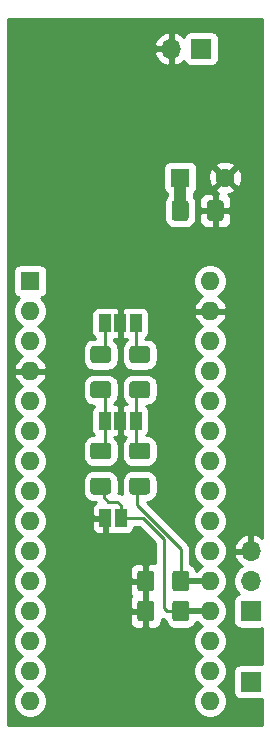
<source format=gbr>
G04 #@! TF.GenerationSoftware,KiCad,Pcbnew,(5.1.9)-1*
G04 #@! TF.CreationDate,2021-02-27T14:39:48+01:00*
G04 #@! TF.ProjectId,SteeringWheelInterface,53746565-7269-46e6-9757-6865656c496e,rev?*
G04 #@! TF.SameCoordinates,Original*
G04 #@! TF.FileFunction,Copper,L2,Bot*
G04 #@! TF.FilePolarity,Positive*
%FSLAX46Y46*%
G04 Gerber Fmt 4.6, Leading zero omitted, Abs format (unit mm)*
G04 Created by KiCad (PCBNEW (5.1.9)-1) date 2021-02-27 14:39:48*
%MOMM*%
%LPD*%
G01*
G04 APERTURE LIST*
G04 #@! TA.AperFunction,SMDPad,CuDef*
%ADD10R,1.000000X1.500000*%
G04 #@! TD*
G04 #@! TA.AperFunction,ComponentPad*
%ADD11R,1.700000X1.700000*%
G04 #@! TD*
G04 #@! TA.AperFunction,ComponentPad*
%ADD12O,1.700000X1.700000*%
G04 #@! TD*
G04 #@! TA.AperFunction,ComponentPad*
%ADD13C,1.600000*%
G04 #@! TD*
G04 #@! TA.AperFunction,ComponentPad*
%ADD14R,1.600000X1.600000*%
G04 #@! TD*
G04 #@! TA.AperFunction,ComponentPad*
%ADD15O,1.600000X1.600000*%
G04 #@! TD*
G04 #@! TA.AperFunction,ViaPad*
%ADD16C,0.800000*%
G04 #@! TD*
G04 #@! TA.AperFunction,Conductor*
%ADD17C,1.000000*%
G04 #@! TD*
G04 #@! TA.AperFunction,Conductor*
%ADD18C,0.500000*%
G04 #@! TD*
G04 #@! TA.AperFunction,Conductor*
%ADD19C,0.250000*%
G04 #@! TD*
G04 #@! TA.AperFunction,Conductor*
%ADD20C,0.254000*%
G04 #@! TD*
G04 #@! TA.AperFunction,Conductor*
%ADD21C,0.100000*%
G04 #@! TD*
G04 APERTURE END LIST*
D10*
X125700000Y-77216000D03*
X127000000Y-77216000D03*
X128300000Y-77216000D03*
X125700000Y-85471000D03*
X127000000Y-85471000D03*
X128300000Y-85471000D03*
X125730000Y-93726000D03*
X127030000Y-93726000D03*
G04 #@! TA.AperFunction,SMDPad,CuDef*
G36*
G01*
X125974000Y-80595500D02*
X124724000Y-80595500D01*
G75*
G02*
X124474000Y-80345500I0J250000D01*
G01*
X124474000Y-79420500D01*
G75*
G02*
X124724000Y-79170500I250000J0D01*
G01*
X125974000Y-79170500D01*
G75*
G02*
X126224000Y-79420500I0J-250000D01*
G01*
X126224000Y-80345500D01*
G75*
G02*
X125974000Y-80595500I-250000J0D01*
G01*
G37*
G04 #@! TD.AperFunction*
G04 #@! TA.AperFunction,SMDPad,CuDef*
G36*
G01*
X125974000Y-83570500D02*
X124724000Y-83570500D01*
G75*
G02*
X124474000Y-83320500I0J250000D01*
G01*
X124474000Y-82395500D01*
G75*
G02*
X124724000Y-82145500I250000J0D01*
G01*
X125974000Y-82145500D01*
G75*
G02*
X126224000Y-82395500I0J-250000D01*
G01*
X126224000Y-83320500D01*
G75*
G02*
X125974000Y-83570500I-250000J0D01*
G01*
G37*
G04 #@! TD.AperFunction*
G04 #@! TA.AperFunction,SMDPad,CuDef*
G36*
G01*
X129276000Y-80595500D02*
X128026000Y-80595500D01*
G75*
G02*
X127776000Y-80345500I0J250000D01*
G01*
X127776000Y-79420500D01*
G75*
G02*
X128026000Y-79170500I250000J0D01*
G01*
X129276000Y-79170500D01*
G75*
G02*
X129526000Y-79420500I0J-250000D01*
G01*
X129526000Y-80345500D01*
G75*
G02*
X129276000Y-80595500I-250000J0D01*
G01*
G37*
G04 #@! TD.AperFunction*
G04 #@! TA.AperFunction,SMDPad,CuDef*
G36*
G01*
X129276000Y-83570500D02*
X128026000Y-83570500D01*
G75*
G02*
X127776000Y-83320500I0J250000D01*
G01*
X127776000Y-82395500D01*
G75*
G02*
X128026000Y-82145500I250000J0D01*
G01*
X129276000Y-82145500D01*
G75*
G02*
X129526000Y-82395500I0J-250000D01*
G01*
X129526000Y-83320500D01*
G75*
G02*
X129276000Y-83570500I-250000J0D01*
G01*
G37*
G04 #@! TD.AperFunction*
G04 #@! TA.AperFunction,SMDPad,CuDef*
G36*
G01*
X125974000Y-88760000D02*
X124724000Y-88760000D01*
G75*
G02*
X124474000Y-88510000I0J250000D01*
G01*
X124474000Y-87585000D01*
G75*
G02*
X124724000Y-87335000I250000J0D01*
G01*
X125974000Y-87335000D01*
G75*
G02*
X126224000Y-87585000I0J-250000D01*
G01*
X126224000Y-88510000D01*
G75*
G02*
X125974000Y-88760000I-250000J0D01*
G01*
G37*
G04 #@! TD.AperFunction*
G04 #@! TA.AperFunction,SMDPad,CuDef*
G36*
G01*
X125974000Y-91735000D02*
X124724000Y-91735000D01*
G75*
G02*
X124474000Y-91485000I0J250000D01*
G01*
X124474000Y-90560000D01*
G75*
G02*
X124724000Y-90310000I250000J0D01*
G01*
X125974000Y-90310000D01*
G75*
G02*
X126224000Y-90560000I0J-250000D01*
G01*
X126224000Y-91485000D01*
G75*
G02*
X125974000Y-91735000I-250000J0D01*
G01*
G37*
G04 #@! TD.AperFunction*
G04 #@! TA.AperFunction,SMDPad,CuDef*
G36*
G01*
X129276000Y-88760000D02*
X128026000Y-88760000D01*
G75*
G02*
X127776000Y-88510000I0J250000D01*
G01*
X127776000Y-87585000D01*
G75*
G02*
X128026000Y-87335000I250000J0D01*
G01*
X129276000Y-87335000D01*
G75*
G02*
X129526000Y-87585000I0J-250000D01*
G01*
X129526000Y-88510000D01*
G75*
G02*
X129276000Y-88760000I-250000J0D01*
G01*
G37*
G04 #@! TD.AperFunction*
G04 #@! TA.AperFunction,SMDPad,CuDef*
G36*
G01*
X129276000Y-91735000D02*
X128026000Y-91735000D01*
G75*
G02*
X127776000Y-91485000I0J250000D01*
G01*
X127776000Y-90560000D01*
G75*
G02*
X128026000Y-90310000I250000J0D01*
G01*
X129276000Y-90310000D01*
G75*
G02*
X129526000Y-90560000I0J-250000D01*
G01*
X129526000Y-91485000D01*
G75*
G02*
X129276000Y-91735000I-250000J0D01*
G01*
G37*
G04 #@! TD.AperFunction*
D11*
X138049000Y-107569000D03*
D12*
X138049000Y-96520000D03*
X138049000Y-99060000D03*
D11*
X138049000Y-101600000D03*
D12*
X131318000Y-53975000D03*
D11*
X133858000Y-53975000D03*
G04 #@! TA.AperFunction,SMDPad,CuDef*
G36*
G01*
X129871500Y-100975000D02*
X129871500Y-102225000D01*
G75*
G02*
X129621500Y-102475000I-250000J0D01*
G01*
X128696500Y-102475000D01*
G75*
G02*
X128446500Y-102225000I0J250000D01*
G01*
X128446500Y-100975000D01*
G75*
G02*
X128696500Y-100725000I250000J0D01*
G01*
X129621500Y-100725000D01*
G75*
G02*
X129871500Y-100975000I0J-250000D01*
G01*
G37*
G04 #@! TD.AperFunction*
G04 #@! TA.AperFunction,SMDPad,CuDef*
G36*
G01*
X132846500Y-100975000D02*
X132846500Y-102225000D01*
G75*
G02*
X132596500Y-102475000I-250000J0D01*
G01*
X131671500Y-102475000D01*
G75*
G02*
X131421500Y-102225000I0J250000D01*
G01*
X131421500Y-100975000D01*
G75*
G02*
X131671500Y-100725000I250000J0D01*
G01*
X132596500Y-100725000D01*
G75*
G02*
X132846500Y-100975000I0J-250000D01*
G01*
G37*
G04 #@! TD.AperFunction*
G04 #@! TA.AperFunction,SMDPad,CuDef*
G36*
G01*
X129871500Y-98435000D02*
X129871500Y-99685000D01*
G75*
G02*
X129621500Y-99935000I-250000J0D01*
G01*
X128696500Y-99935000D01*
G75*
G02*
X128446500Y-99685000I0J250000D01*
G01*
X128446500Y-98435000D01*
G75*
G02*
X128696500Y-98185000I250000J0D01*
G01*
X129621500Y-98185000D01*
G75*
G02*
X129871500Y-98435000I0J-250000D01*
G01*
G37*
G04 #@! TD.AperFunction*
G04 #@! TA.AperFunction,SMDPad,CuDef*
G36*
G01*
X132846500Y-98435000D02*
X132846500Y-99685000D01*
G75*
G02*
X132596500Y-99935000I-250000J0D01*
G01*
X131671500Y-99935000D01*
G75*
G02*
X131421500Y-99685000I0J250000D01*
G01*
X131421500Y-98435000D01*
G75*
G02*
X131671500Y-98185000I250000J0D01*
G01*
X132596500Y-98185000D01*
G75*
G02*
X132846500Y-98435000I0J-250000D01*
G01*
G37*
G04 #@! TD.AperFunction*
G04 #@! TA.AperFunction,SMDPad,CuDef*
G36*
G01*
X134342500Y-68316000D02*
X134342500Y-67066000D01*
G75*
G02*
X134592500Y-66816000I250000J0D01*
G01*
X135517500Y-66816000D01*
G75*
G02*
X135767500Y-67066000I0J-250000D01*
G01*
X135767500Y-68316000D01*
G75*
G02*
X135517500Y-68566000I-250000J0D01*
G01*
X134592500Y-68566000D01*
G75*
G02*
X134342500Y-68316000I0J250000D01*
G01*
G37*
G04 #@! TD.AperFunction*
G04 #@! TA.AperFunction,SMDPad,CuDef*
G36*
G01*
X131367500Y-68316000D02*
X131367500Y-67066000D01*
G75*
G02*
X131617500Y-66816000I250000J0D01*
G01*
X132542500Y-66816000D01*
G75*
G02*
X132792500Y-67066000I0J-250000D01*
G01*
X132792500Y-68316000D01*
G75*
G02*
X132542500Y-68566000I-250000J0D01*
G01*
X131617500Y-68566000D01*
G75*
G02*
X131367500Y-68316000I0J250000D01*
G01*
G37*
G04 #@! TD.AperFunction*
D13*
X135880000Y-64897000D03*
D14*
X132080000Y-64897000D03*
D15*
X134620000Y-109220000D03*
X119380000Y-109220000D03*
X134620000Y-73660000D03*
X119380000Y-106680000D03*
X134620000Y-76200000D03*
X119380000Y-104140000D03*
X134620000Y-78740000D03*
X119380000Y-101600000D03*
X134620000Y-81280000D03*
X119380000Y-99060000D03*
X134620000Y-83820000D03*
X119380000Y-96520000D03*
X134620000Y-86360000D03*
X119380000Y-93980000D03*
X134620000Y-88900000D03*
X119380000Y-91440000D03*
X134620000Y-91440000D03*
X119380000Y-88900000D03*
X134620000Y-93980000D03*
X119380000Y-86360000D03*
X134620000Y-96520000D03*
X119380000Y-83820000D03*
X134620000Y-99060000D03*
X119380000Y-81280000D03*
X134620000Y-101600000D03*
X119380000Y-78740000D03*
X134620000Y-104140000D03*
X119380000Y-76200000D03*
X134620000Y-106680000D03*
D14*
X119380000Y-73660000D03*
D16*
X128016000Y-60452000D03*
X128016000Y-59563000D03*
X128016000Y-58547000D03*
X128016000Y-57658000D03*
X128016000Y-56769000D03*
X128016000Y-55880000D03*
X128016000Y-54991000D03*
X128016000Y-53975000D03*
X118364000Y-60071000D03*
X118364000Y-59055000D03*
X118364000Y-58039000D03*
X118364000Y-57023000D03*
X118364000Y-56007000D03*
X118364000Y-54991000D03*
X118364000Y-53975000D03*
X128016000Y-61341000D03*
X118364000Y-61341000D03*
X128016000Y-52959000D03*
X118364000Y-52959000D03*
D17*
X132080000Y-67691000D02*
X132080000Y-64897000D01*
D18*
X132134000Y-99060000D02*
X134620000Y-99060000D01*
D19*
X132134000Y-96318590D02*
X128397000Y-92581590D01*
X132134000Y-99060000D02*
X132134000Y-96318590D01*
X128397000Y-92581590D02*
X128397000Y-91022500D01*
D18*
X132134000Y-101600000D02*
X134620000Y-101600000D01*
D19*
X127030000Y-93726000D02*
X127030000Y-92613000D01*
X127030000Y-92613000D02*
X126746000Y-92329000D01*
X125603000Y-91022500D02*
X125603000Y-91948000D01*
X125984000Y-92329000D02*
X126746000Y-92329000D01*
X125603000Y-91948000D02*
X125984000Y-92329000D01*
X128905000Y-93726000D02*
X127030000Y-93726000D01*
X130683000Y-95504000D02*
X128905000Y-93726000D01*
X130683000Y-101346000D02*
X130683000Y-95504000D01*
X130937000Y-101600000D02*
X130683000Y-101346000D01*
X132134000Y-101600000D02*
X130937000Y-101600000D01*
X128300000Y-82955000D02*
X128397000Y-82858000D01*
X128300000Y-85471000D02*
X128300000Y-82955000D01*
X128300000Y-87950500D02*
X128397000Y-88047500D01*
X128300000Y-85471000D02*
X128300000Y-87950500D01*
X125700000Y-82955000D02*
X125603000Y-82858000D01*
X125700000Y-85471000D02*
X125700000Y-82955000D01*
X125700000Y-87950500D02*
X125603000Y-88047500D01*
X125700000Y-85471000D02*
X125700000Y-87950500D01*
X128300000Y-79786000D02*
X128397000Y-79883000D01*
X128300000Y-77216000D02*
X128300000Y-79786000D01*
X125700000Y-79786000D02*
X125603000Y-79883000D01*
X125700000Y-77216000D02*
X125700000Y-79786000D01*
D20*
X139040001Y-95423655D02*
X138930355Y-95324822D01*
X138680252Y-95175843D01*
X138405891Y-95078519D01*
X138176000Y-95199186D01*
X138176000Y-96393000D01*
X138196000Y-96393000D01*
X138196000Y-96647000D01*
X138176000Y-96647000D01*
X138176000Y-96667000D01*
X137922000Y-96667000D01*
X137922000Y-96647000D01*
X136728845Y-96647000D01*
X136607524Y-96876890D01*
X136652175Y-97024099D01*
X136777359Y-97286920D01*
X136951412Y-97520269D01*
X137167645Y-97715178D01*
X137284534Y-97784805D01*
X137102368Y-97906525D01*
X136895525Y-98113368D01*
X136733010Y-98356589D01*
X136621068Y-98626842D01*
X136564000Y-98913740D01*
X136564000Y-99206260D01*
X136621068Y-99493158D01*
X136733010Y-99763411D01*
X136895525Y-100006632D01*
X137027380Y-100138487D01*
X136954820Y-100160498D01*
X136844506Y-100219463D01*
X136747815Y-100298815D01*
X136668463Y-100395506D01*
X136609498Y-100505820D01*
X136573188Y-100625518D01*
X136560928Y-100750000D01*
X136560928Y-102450000D01*
X136573188Y-102574482D01*
X136609498Y-102694180D01*
X136668463Y-102804494D01*
X136747815Y-102901185D01*
X136844506Y-102980537D01*
X136954820Y-103039502D01*
X137074518Y-103075812D01*
X137199000Y-103088072D01*
X138899000Y-103088072D01*
X139023482Y-103075812D01*
X139040001Y-103070801D01*
X139040001Y-106098199D01*
X139023482Y-106093188D01*
X138899000Y-106080928D01*
X137199000Y-106080928D01*
X137074518Y-106093188D01*
X136954820Y-106129498D01*
X136844506Y-106188463D01*
X136747815Y-106267815D01*
X136668463Y-106364506D01*
X136609498Y-106474820D01*
X136573188Y-106594518D01*
X136560928Y-106719000D01*
X136560928Y-108419000D01*
X136573188Y-108543482D01*
X136609498Y-108663180D01*
X136668463Y-108773494D01*
X136747815Y-108870185D01*
X136844506Y-108949537D01*
X136954820Y-109008502D01*
X137074518Y-109044812D01*
X137199000Y-109057072D01*
X138899000Y-109057072D01*
X139023482Y-109044812D01*
X139040001Y-109039801D01*
X139040001Y-111227000D01*
X117500000Y-111227000D01*
X117500000Y-83678665D01*
X117945000Y-83678665D01*
X117945000Y-83961335D01*
X118000147Y-84238574D01*
X118108320Y-84499727D01*
X118265363Y-84734759D01*
X118465241Y-84934637D01*
X118697759Y-85090000D01*
X118465241Y-85245363D01*
X118265363Y-85445241D01*
X118108320Y-85680273D01*
X118000147Y-85941426D01*
X117945000Y-86218665D01*
X117945000Y-86501335D01*
X118000147Y-86778574D01*
X118108320Y-87039727D01*
X118265363Y-87274759D01*
X118465241Y-87474637D01*
X118697759Y-87630000D01*
X118465241Y-87785363D01*
X118265363Y-87985241D01*
X118108320Y-88220273D01*
X118000147Y-88481426D01*
X117945000Y-88758665D01*
X117945000Y-89041335D01*
X118000147Y-89318574D01*
X118108320Y-89579727D01*
X118265363Y-89814759D01*
X118465241Y-90014637D01*
X118697759Y-90170000D01*
X118465241Y-90325363D01*
X118265363Y-90525241D01*
X118108320Y-90760273D01*
X118000147Y-91021426D01*
X117945000Y-91298665D01*
X117945000Y-91581335D01*
X118000147Y-91858574D01*
X118108320Y-92119727D01*
X118265363Y-92354759D01*
X118465241Y-92554637D01*
X118697759Y-92710000D01*
X118465241Y-92865363D01*
X118265363Y-93065241D01*
X118108320Y-93300273D01*
X118000147Y-93561426D01*
X117945000Y-93838665D01*
X117945000Y-94121335D01*
X118000147Y-94398574D01*
X118108320Y-94659727D01*
X118265363Y-94894759D01*
X118465241Y-95094637D01*
X118697759Y-95250000D01*
X118465241Y-95405363D01*
X118265363Y-95605241D01*
X118108320Y-95840273D01*
X118000147Y-96101426D01*
X117945000Y-96378665D01*
X117945000Y-96661335D01*
X118000147Y-96938574D01*
X118108320Y-97199727D01*
X118265363Y-97434759D01*
X118465241Y-97634637D01*
X118697759Y-97790000D01*
X118465241Y-97945363D01*
X118265363Y-98145241D01*
X118108320Y-98380273D01*
X118000147Y-98641426D01*
X117945000Y-98918665D01*
X117945000Y-99201335D01*
X118000147Y-99478574D01*
X118108320Y-99739727D01*
X118265363Y-99974759D01*
X118465241Y-100174637D01*
X118697759Y-100330000D01*
X118465241Y-100485363D01*
X118265363Y-100685241D01*
X118108320Y-100920273D01*
X118000147Y-101181426D01*
X117945000Y-101458665D01*
X117945000Y-101741335D01*
X118000147Y-102018574D01*
X118108320Y-102279727D01*
X118265363Y-102514759D01*
X118465241Y-102714637D01*
X118697759Y-102870000D01*
X118465241Y-103025363D01*
X118265363Y-103225241D01*
X118108320Y-103460273D01*
X118000147Y-103721426D01*
X117945000Y-103998665D01*
X117945000Y-104281335D01*
X118000147Y-104558574D01*
X118108320Y-104819727D01*
X118265363Y-105054759D01*
X118465241Y-105254637D01*
X118697759Y-105410000D01*
X118465241Y-105565363D01*
X118265363Y-105765241D01*
X118108320Y-106000273D01*
X118000147Y-106261426D01*
X117945000Y-106538665D01*
X117945000Y-106821335D01*
X118000147Y-107098574D01*
X118108320Y-107359727D01*
X118265363Y-107594759D01*
X118465241Y-107794637D01*
X118697759Y-107950000D01*
X118465241Y-108105363D01*
X118265363Y-108305241D01*
X118108320Y-108540273D01*
X118000147Y-108801426D01*
X117945000Y-109078665D01*
X117945000Y-109361335D01*
X118000147Y-109638574D01*
X118108320Y-109899727D01*
X118265363Y-110134759D01*
X118465241Y-110334637D01*
X118700273Y-110491680D01*
X118961426Y-110599853D01*
X119238665Y-110655000D01*
X119521335Y-110655000D01*
X119798574Y-110599853D01*
X120059727Y-110491680D01*
X120294759Y-110334637D01*
X120494637Y-110134759D01*
X120651680Y-109899727D01*
X120759853Y-109638574D01*
X120815000Y-109361335D01*
X120815000Y-109078665D01*
X120759853Y-108801426D01*
X120651680Y-108540273D01*
X120494637Y-108305241D01*
X120294759Y-108105363D01*
X120062241Y-107950000D01*
X120294759Y-107794637D01*
X120494637Y-107594759D01*
X120651680Y-107359727D01*
X120759853Y-107098574D01*
X120815000Y-106821335D01*
X120815000Y-106538665D01*
X120759853Y-106261426D01*
X120651680Y-106000273D01*
X120494637Y-105765241D01*
X120294759Y-105565363D01*
X120062241Y-105410000D01*
X120294759Y-105254637D01*
X120494637Y-105054759D01*
X120651680Y-104819727D01*
X120759853Y-104558574D01*
X120815000Y-104281335D01*
X120815000Y-103998665D01*
X120759853Y-103721426D01*
X120651680Y-103460273D01*
X120494637Y-103225241D01*
X120294759Y-103025363D01*
X120062241Y-102870000D01*
X120294759Y-102714637D01*
X120494637Y-102514759D01*
X120521203Y-102475000D01*
X127808428Y-102475000D01*
X127820688Y-102599482D01*
X127856998Y-102719180D01*
X127915963Y-102829494D01*
X127995315Y-102926185D01*
X128092006Y-103005537D01*
X128202320Y-103064502D01*
X128322018Y-103100812D01*
X128446500Y-103113072D01*
X128873250Y-103110000D01*
X129032000Y-102951250D01*
X129032000Y-101727000D01*
X127970250Y-101727000D01*
X127811500Y-101885750D01*
X127808428Y-102475000D01*
X120521203Y-102475000D01*
X120651680Y-102279727D01*
X120759853Y-102018574D01*
X120815000Y-101741335D01*
X120815000Y-101458665D01*
X120759853Y-101181426D01*
X120651680Y-100920273D01*
X120494637Y-100685241D01*
X120294759Y-100485363D01*
X120062241Y-100330000D01*
X120294759Y-100174637D01*
X120494637Y-99974759D01*
X120521203Y-99935000D01*
X127808428Y-99935000D01*
X127820688Y-100059482D01*
X127856998Y-100179180D01*
X127915963Y-100289494D01*
X127949205Y-100330000D01*
X127915963Y-100370506D01*
X127856998Y-100480820D01*
X127820688Y-100600518D01*
X127808428Y-100725000D01*
X127811500Y-101314250D01*
X127970250Y-101473000D01*
X129032000Y-101473000D01*
X129032000Y-99187000D01*
X127970250Y-99187000D01*
X127811500Y-99345750D01*
X127808428Y-99935000D01*
X120521203Y-99935000D01*
X120651680Y-99739727D01*
X120759853Y-99478574D01*
X120815000Y-99201335D01*
X120815000Y-98918665D01*
X120759853Y-98641426D01*
X120651680Y-98380273D01*
X120521204Y-98185000D01*
X127808428Y-98185000D01*
X127811500Y-98774250D01*
X127970250Y-98933000D01*
X129032000Y-98933000D01*
X129032000Y-97708750D01*
X128873250Y-97550000D01*
X128446500Y-97546928D01*
X128322018Y-97559188D01*
X128202320Y-97595498D01*
X128092006Y-97654463D01*
X127995315Y-97733815D01*
X127915963Y-97830506D01*
X127856998Y-97940820D01*
X127820688Y-98060518D01*
X127808428Y-98185000D01*
X120521204Y-98185000D01*
X120494637Y-98145241D01*
X120294759Y-97945363D01*
X120062241Y-97790000D01*
X120294759Y-97634637D01*
X120494637Y-97434759D01*
X120651680Y-97199727D01*
X120759853Y-96938574D01*
X120815000Y-96661335D01*
X120815000Y-96378665D01*
X120759853Y-96101426D01*
X120651680Y-95840273D01*
X120494637Y-95605241D01*
X120294759Y-95405363D01*
X120062241Y-95250000D01*
X120294759Y-95094637D01*
X120494637Y-94894759D01*
X120651680Y-94659727D01*
X120727782Y-94476000D01*
X124591928Y-94476000D01*
X124604188Y-94600482D01*
X124640498Y-94720180D01*
X124699463Y-94830494D01*
X124778815Y-94927185D01*
X124875506Y-95006537D01*
X124985820Y-95065502D01*
X125105518Y-95101812D01*
X125230000Y-95114072D01*
X125444250Y-95111000D01*
X125603000Y-94952250D01*
X125603000Y-93853000D01*
X124753750Y-93853000D01*
X124595000Y-94011750D01*
X124591928Y-94476000D01*
X120727782Y-94476000D01*
X120759853Y-94398574D01*
X120815000Y-94121335D01*
X120815000Y-93838665D01*
X120759853Y-93561426D01*
X120651680Y-93300273D01*
X120494637Y-93065241D01*
X120294759Y-92865363D01*
X120062241Y-92710000D01*
X120294759Y-92554637D01*
X120494637Y-92354759D01*
X120651680Y-92119727D01*
X120759853Y-91858574D01*
X120815000Y-91581335D01*
X120815000Y-91298665D01*
X120759853Y-91021426D01*
X120651680Y-90760273D01*
X120517863Y-90560000D01*
X123835928Y-90560000D01*
X123835928Y-91485000D01*
X123852992Y-91658254D01*
X123903528Y-91824850D01*
X123985595Y-91978386D01*
X124096038Y-92112962D01*
X124230614Y-92223405D01*
X124384150Y-92305472D01*
X124550746Y-92356008D01*
X124724000Y-92373072D01*
X124968679Y-92373072D01*
X124981565Y-92388773D01*
X124875506Y-92445463D01*
X124778815Y-92524815D01*
X124699463Y-92621506D01*
X124640498Y-92731820D01*
X124604188Y-92851518D01*
X124591928Y-92976000D01*
X124595000Y-93440250D01*
X124753750Y-93599000D01*
X125603000Y-93599000D01*
X125603000Y-93579000D01*
X125857000Y-93579000D01*
X125857000Y-93599000D01*
X125877000Y-93599000D01*
X125877000Y-93853000D01*
X125857000Y-93853000D01*
X125857000Y-94952250D01*
X126015750Y-95111000D01*
X126230000Y-95114072D01*
X126354482Y-95101812D01*
X126380000Y-95094071D01*
X126405518Y-95101812D01*
X126530000Y-95114072D01*
X127530000Y-95114072D01*
X127654482Y-95101812D01*
X127774180Y-95065502D01*
X127884494Y-95006537D01*
X127981185Y-94927185D01*
X128060537Y-94830494D01*
X128119502Y-94720180D01*
X128155812Y-94600482D01*
X128167087Y-94486000D01*
X128590199Y-94486000D01*
X129923001Y-95818803D01*
X129923001Y-97552000D01*
X129871500Y-97546928D01*
X129444750Y-97550000D01*
X129286000Y-97708750D01*
X129286000Y-98933000D01*
X129306000Y-98933000D01*
X129306000Y-99187000D01*
X129286000Y-99187000D01*
X129286000Y-101473000D01*
X129306000Y-101473000D01*
X129306000Y-101727000D01*
X129286000Y-101727000D01*
X129286000Y-102951250D01*
X129444750Y-103110000D01*
X129871500Y-103113072D01*
X129995982Y-103100812D01*
X130115680Y-103064502D01*
X130225994Y-103005537D01*
X130322685Y-102926185D01*
X130402037Y-102829494D01*
X130461002Y-102719180D01*
X130497312Y-102599482D01*
X130509572Y-102475000D01*
X130508302Y-102231345D01*
X130512724Y-102234974D01*
X130644753Y-102305546D01*
X130788014Y-102349003D01*
X130795716Y-102349762D01*
X130800492Y-102398254D01*
X130851028Y-102564850D01*
X130933095Y-102718386D01*
X131043538Y-102852962D01*
X131178114Y-102963405D01*
X131331650Y-103045472D01*
X131498246Y-103096008D01*
X131671500Y-103113072D01*
X132596500Y-103113072D01*
X132769754Y-103096008D01*
X132936350Y-103045472D01*
X133089886Y-102963405D01*
X133224462Y-102852962D01*
X133334905Y-102718386D01*
X133416972Y-102564850D01*
X133441194Y-102485000D01*
X133485479Y-102485000D01*
X133505363Y-102514759D01*
X133705241Y-102714637D01*
X133937759Y-102870000D01*
X133705241Y-103025363D01*
X133505363Y-103225241D01*
X133348320Y-103460273D01*
X133240147Y-103721426D01*
X133185000Y-103998665D01*
X133185000Y-104281335D01*
X133240147Y-104558574D01*
X133348320Y-104819727D01*
X133505363Y-105054759D01*
X133705241Y-105254637D01*
X133937759Y-105410000D01*
X133705241Y-105565363D01*
X133505363Y-105765241D01*
X133348320Y-106000273D01*
X133240147Y-106261426D01*
X133185000Y-106538665D01*
X133185000Y-106821335D01*
X133240147Y-107098574D01*
X133348320Y-107359727D01*
X133505363Y-107594759D01*
X133705241Y-107794637D01*
X133937759Y-107950000D01*
X133705241Y-108105363D01*
X133505363Y-108305241D01*
X133348320Y-108540273D01*
X133240147Y-108801426D01*
X133185000Y-109078665D01*
X133185000Y-109361335D01*
X133240147Y-109638574D01*
X133348320Y-109899727D01*
X133505363Y-110134759D01*
X133705241Y-110334637D01*
X133940273Y-110491680D01*
X134201426Y-110599853D01*
X134478665Y-110655000D01*
X134761335Y-110655000D01*
X135038574Y-110599853D01*
X135299727Y-110491680D01*
X135534759Y-110334637D01*
X135734637Y-110134759D01*
X135891680Y-109899727D01*
X135999853Y-109638574D01*
X136055000Y-109361335D01*
X136055000Y-109078665D01*
X135999853Y-108801426D01*
X135891680Y-108540273D01*
X135734637Y-108305241D01*
X135534759Y-108105363D01*
X135302241Y-107950000D01*
X135534759Y-107794637D01*
X135734637Y-107594759D01*
X135891680Y-107359727D01*
X135999853Y-107098574D01*
X136055000Y-106821335D01*
X136055000Y-106538665D01*
X135999853Y-106261426D01*
X135891680Y-106000273D01*
X135734637Y-105765241D01*
X135534759Y-105565363D01*
X135302241Y-105410000D01*
X135534759Y-105254637D01*
X135734637Y-105054759D01*
X135891680Y-104819727D01*
X135999853Y-104558574D01*
X136055000Y-104281335D01*
X136055000Y-103998665D01*
X135999853Y-103721426D01*
X135891680Y-103460273D01*
X135734637Y-103225241D01*
X135534759Y-103025363D01*
X135302241Y-102870000D01*
X135534759Y-102714637D01*
X135734637Y-102514759D01*
X135891680Y-102279727D01*
X135999853Y-102018574D01*
X136055000Y-101741335D01*
X136055000Y-101458665D01*
X135999853Y-101181426D01*
X135891680Y-100920273D01*
X135734637Y-100685241D01*
X135534759Y-100485363D01*
X135302241Y-100330000D01*
X135534759Y-100174637D01*
X135734637Y-99974759D01*
X135891680Y-99739727D01*
X135999853Y-99478574D01*
X136055000Y-99201335D01*
X136055000Y-98918665D01*
X135999853Y-98641426D01*
X135891680Y-98380273D01*
X135734637Y-98145241D01*
X135534759Y-97945363D01*
X135302241Y-97790000D01*
X135534759Y-97634637D01*
X135734637Y-97434759D01*
X135891680Y-97199727D01*
X135999853Y-96938574D01*
X136055000Y-96661335D01*
X136055000Y-96378665D01*
X136012123Y-96163110D01*
X136607524Y-96163110D01*
X136728845Y-96393000D01*
X137922000Y-96393000D01*
X137922000Y-95199186D01*
X137692109Y-95078519D01*
X137417748Y-95175843D01*
X137167645Y-95324822D01*
X136951412Y-95519731D01*
X136777359Y-95753080D01*
X136652175Y-96015901D01*
X136607524Y-96163110D01*
X136012123Y-96163110D01*
X135999853Y-96101426D01*
X135891680Y-95840273D01*
X135734637Y-95605241D01*
X135534759Y-95405363D01*
X135302241Y-95250000D01*
X135534759Y-95094637D01*
X135734637Y-94894759D01*
X135891680Y-94659727D01*
X135999853Y-94398574D01*
X136055000Y-94121335D01*
X136055000Y-93838665D01*
X135999853Y-93561426D01*
X135891680Y-93300273D01*
X135734637Y-93065241D01*
X135534759Y-92865363D01*
X135302241Y-92710000D01*
X135534759Y-92554637D01*
X135734637Y-92354759D01*
X135891680Y-92119727D01*
X135999853Y-91858574D01*
X136055000Y-91581335D01*
X136055000Y-91298665D01*
X135999853Y-91021426D01*
X135891680Y-90760273D01*
X135734637Y-90525241D01*
X135534759Y-90325363D01*
X135302241Y-90170000D01*
X135534759Y-90014637D01*
X135734637Y-89814759D01*
X135891680Y-89579727D01*
X135999853Y-89318574D01*
X136055000Y-89041335D01*
X136055000Y-88758665D01*
X135999853Y-88481426D01*
X135891680Y-88220273D01*
X135734637Y-87985241D01*
X135534759Y-87785363D01*
X135302241Y-87630000D01*
X135534759Y-87474637D01*
X135734637Y-87274759D01*
X135891680Y-87039727D01*
X135999853Y-86778574D01*
X136055000Y-86501335D01*
X136055000Y-86218665D01*
X135999853Y-85941426D01*
X135891680Y-85680273D01*
X135734637Y-85445241D01*
X135534759Y-85245363D01*
X135302241Y-85090000D01*
X135534759Y-84934637D01*
X135734637Y-84734759D01*
X135891680Y-84499727D01*
X135999853Y-84238574D01*
X136055000Y-83961335D01*
X136055000Y-83678665D01*
X135999853Y-83401426D01*
X135891680Y-83140273D01*
X135734637Y-82905241D01*
X135534759Y-82705363D01*
X135302241Y-82550000D01*
X135534759Y-82394637D01*
X135734637Y-82194759D01*
X135891680Y-81959727D01*
X135999853Y-81698574D01*
X136055000Y-81421335D01*
X136055000Y-81138665D01*
X135999853Y-80861426D01*
X135891680Y-80600273D01*
X135734637Y-80365241D01*
X135534759Y-80165363D01*
X135302241Y-80010000D01*
X135534759Y-79854637D01*
X135734637Y-79654759D01*
X135891680Y-79419727D01*
X135999853Y-79158574D01*
X136055000Y-78881335D01*
X136055000Y-78598665D01*
X135999853Y-78321426D01*
X135891680Y-78060273D01*
X135734637Y-77825241D01*
X135534759Y-77625363D01*
X135299727Y-77468320D01*
X135289135Y-77463933D01*
X135475131Y-77352385D01*
X135683519Y-77163414D01*
X135851037Y-76937420D01*
X135971246Y-76683087D01*
X136011904Y-76549039D01*
X135889915Y-76327000D01*
X134747000Y-76327000D01*
X134747000Y-76347000D01*
X134493000Y-76347000D01*
X134493000Y-76327000D01*
X133350085Y-76327000D01*
X133228096Y-76549039D01*
X133268754Y-76683087D01*
X133388963Y-76937420D01*
X133556481Y-77163414D01*
X133764869Y-77352385D01*
X133950865Y-77463933D01*
X133940273Y-77468320D01*
X133705241Y-77625363D01*
X133505363Y-77825241D01*
X133348320Y-78060273D01*
X133240147Y-78321426D01*
X133185000Y-78598665D01*
X133185000Y-78881335D01*
X133240147Y-79158574D01*
X133348320Y-79419727D01*
X133505363Y-79654759D01*
X133705241Y-79854637D01*
X133937759Y-80010000D01*
X133705241Y-80165363D01*
X133505363Y-80365241D01*
X133348320Y-80600273D01*
X133240147Y-80861426D01*
X133185000Y-81138665D01*
X133185000Y-81421335D01*
X133240147Y-81698574D01*
X133348320Y-81959727D01*
X133505363Y-82194759D01*
X133705241Y-82394637D01*
X133937759Y-82550000D01*
X133705241Y-82705363D01*
X133505363Y-82905241D01*
X133348320Y-83140273D01*
X133240147Y-83401426D01*
X133185000Y-83678665D01*
X133185000Y-83961335D01*
X133240147Y-84238574D01*
X133348320Y-84499727D01*
X133505363Y-84734759D01*
X133705241Y-84934637D01*
X133937759Y-85090000D01*
X133705241Y-85245363D01*
X133505363Y-85445241D01*
X133348320Y-85680273D01*
X133240147Y-85941426D01*
X133185000Y-86218665D01*
X133185000Y-86501335D01*
X133240147Y-86778574D01*
X133348320Y-87039727D01*
X133505363Y-87274759D01*
X133705241Y-87474637D01*
X133937759Y-87630000D01*
X133705241Y-87785363D01*
X133505363Y-87985241D01*
X133348320Y-88220273D01*
X133240147Y-88481426D01*
X133185000Y-88758665D01*
X133185000Y-89041335D01*
X133240147Y-89318574D01*
X133348320Y-89579727D01*
X133505363Y-89814759D01*
X133705241Y-90014637D01*
X133937759Y-90170000D01*
X133705241Y-90325363D01*
X133505363Y-90525241D01*
X133348320Y-90760273D01*
X133240147Y-91021426D01*
X133185000Y-91298665D01*
X133185000Y-91581335D01*
X133240147Y-91858574D01*
X133348320Y-92119727D01*
X133505363Y-92354759D01*
X133705241Y-92554637D01*
X133937759Y-92710000D01*
X133705241Y-92865363D01*
X133505363Y-93065241D01*
X133348320Y-93300273D01*
X133240147Y-93561426D01*
X133185000Y-93838665D01*
X133185000Y-94121335D01*
X133240147Y-94398574D01*
X133348320Y-94659727D01*
X133505363Y-94894759D01*
X133705241Y-95094637D01*
X133937759Y-95250000D01*
X133705241Y-95405363D01*
X133505363Y-95605241D01*
X133348320Y-95840273D01*
X133240147Y-96101426D01*
X133185000Y-96378665D01*
X133185000Y-96661335D01*
X133240147Y-96938574D01*
X133348320Y-97199727D01*
X133505363Y-97434759D01*
X133705241Y-97634637D01*
X133937759Y-97790000D01*
X133705241Y-97945363D01*
X133505363Y-98145241D01*
X133485479Y-98175000D01*
X133441194Y-98175000D01*
X133416972Y-98095150D01*
X133334905Y-97941614D01*
X133224462Y-97807038D01*
X133089886Y-97696595D01*
X132936350Y-97614528D01*
X132894000Y-97601681D01*
X132894000Y-96355912D01*
X132897676Y-96318589D01*
X132894000Y-96281266D01*
X132894000Y-96281257D01*
X132883003Y-96169604D01*
X132839546Y-96026343D01*
X132833965Y-96015901D01*
X132768974Y-95894313D01*
X132697799Y-95807587D01*
X132674001Y-95778589D01*
X132645003Y-95754791D01*
X129263283Y-92373072D01*
X129276000Y-92373072D01*
X129449254Y-92356008D01*
X129615850Y-92305472D01*
X129769386Y-92223405D01*
X129903962Y-92112962D01*
X130014405Y-91978386D01*
X130096472Y-91824850D01*
X130147008Y-91658254D01*
X130164072Y-91485000D01*
X130164072Y-90560000D01*
X130147008Y-90386746D01*
X130096472Y-90220150D01*
X130014405Y-90066614D01*
X129903962Y-89932038D01*
X129769386Y-89821595D01*
X129615850Y-89739528D01*
X129449254Y-89688992D01*
X129276000Y-89671928D01*
X128026000Y-89671928D01*
X127852746Y-89688992D01*
X127686150Y-89739528D01*
X127532614Y-89821595D01*
X127398038Y-89932038D01*
X127287595Y-90066614D01*
X127205528Y-90220150D01*
X127154992Y-90386746D01*
X127137928Y-90560000D01*
X127137928Y-91485000D01*
X127154992Y-91658254D01*
X127164985Y-91691198D01*
X127038247Y-91623454D01*
X126894986Y-91579997D01*
X126853122Y-91575874D01*
X126862072Y-91485000D01*
X126862072Y-90560000D01*
X126845008Y-90386746D01*
X126794472Y-90220150D01*
X126712405Y-90066614D01*
X126601962Y-89932038D01*
X126467386Y-89821595D01*
X126313850Y-89739528D01*
X126147254Y-89688992D01*
X125974000Y-89671928D01*
X124724000Y-89671928D01*
X124550746Y-89688992D01*
X124384150Y-89739528D01*
X124230614Y-89821595D01*
X124096038Y-89932038D01*
X123985595Y-90066614D01*
X123903528Y-90220150D01*
X123852992Y-90386746D01*
X123835928Y-90560000D01*
X120517863Y-90560000D01*
X120494637Y-90525241D01*
X120294759Y-90325363D01*
X120062241Y-90170000D01*
X120294759Y-90014637D01*
X120494637Y-89814759D01*
X120651680Y-89579727D01*
X120759853Y-89318574D01*
X120815000Y-89041335D01*
X120815000Y-88758665D01*
X120759853Y-88481426D01*
X120651680Y-88220273D01*
X120494637Y-87985241D01*
X120294759Y-87785363D01*
X120062241Y-87630000D01*
X120294759Y-87474637D01*
X120494637Y-87274759D01*
X120651680Y-87039727D01*
X120759853Y-86778574D01*
X120815000Y-86501335D01*
X120815000Y-86218665D01*
X120759853Y-85941426D01*
X120651680Y-85680273D01*
X120494637Y-85445241D01*
X120294759Y-85245363D01*
X120062241Y-85090000D01*
X120294759Y-84934637D01*
X120494637Y-84734759D01*
X120651680Y-84499727D01*
X120759853Y-84238574D01*
X120815000Y-83961335D01*
X120815000Y-83678665D01*
X120759853Y-83401426D01*
X120651680Y-83140273D01*
X120494637Y-82905241D01*
X120294759Y-82705363D01*
X120059727Y-82548320D01*
X120049135Y-82543933D01*
X120235131Y-82432385D01*
X120275805Y-82395500D01*
X123835928Y-82395500D01*
X123835928Y-83320500D01*
X123852992Y-83493754D01*
X123903528Y-83660350D01*
X123985595Y-83813886D01*
X124096038Y-83948462D01*
X124230614Y-84058905D01*
X124384150Y-84140972D01*
X124550746Y-84191508D01*
X124724000Y-84208572D01*
X124823440Y-84208572D01*
X124748815Y-84269815D01*
X124669463Y-84366506D01*
X124610498Y-84476820D01*
X124574188Y-84596518D01*
X124561928Y-84721000D01*
X124561928Y-86221000D01*
X124574188Y-86345482D01*
X124610498Y-86465180D01*
X124669463Y-86575494D01*
X124748815Y-86672185D01*
X124778965Y-86696928D01*
X124724000Y-86696928D01*
X124550746Y-86713992D01*
X124384150Y-86764528D01*
X124230614Y-86846595D01*
X124096038Y-86957038D01*
X123985595Y-87091614D01*
X123903528Y-87245150D01*
X123852992Y-87411746D01*
X123835928Y-87585000D01*
X123835928Y-88510000D01*
X123852992Y-88683254D01*
X123903528Y-88849850D01*
X123985595Y-89003386D01*
X124096038Y-89137962D01*
X124230614Y-89248405D01*
X124384150Y-89330472D01*
X124550746Y-89381008D01*
X124724000Y-89398072D01*
X125974000Y-89398072D01*
X126147254Y-89381008D01*
X126313850Y-89330472D01*
X126467386Y-89248405D01*
X126601962Y-89137962D01*
X126712405Y-89003386D01*
X126794472Y-88849850D01*
X126845008Y-88683254D01*
X126862072Y-88510000D01*
X126862072Y-87585000D01*
X126845008Y-87411746D01*
X126794472Y-87245150D01*
X126712405Y-87091614D01*
X126601962Y-86957038D01*
X126480215Y-86857123D01*
X126500000Y-86859072D01*
X126714250Y-86856000D01*
X126873000Y-86697250D01*
X126873000Y-85598000D01*
X126853000Y-85598000D01*
X126853000Y-85344000D01*
X126873000Y-85344000D01*
X126873000Y-84244750D01*
X127127000Y-84244750D01*
X127127000Y-85344000D01*
X127147000Y-85344000D01*
X127147000Y-85598000D01*
X127127000Y-85598000D01*
X127127000Y-86697250D01*
X127285750Y-86856000D01*
X127500000Y-86859072D01*
X127519785Y-86857123D01*
X127398038Y-86957038D01*
X127287595Y-87091614D01*
X127205528Y-87245150D01*
X127154992Y-87411746D01*
X127137928Y-87585000D01*
X127137928Y-88510000D01*
X127154992Y-88683254D01*
X127205528Y-88849850D01*
X127287595Y-89003386D01*
X127398038Y-89137962D01*
X127532614Y-89248405D01*
X127686150Y-89330472D01*
X127852746Y-89381008D01*
X128026000Y-89398072D01*
X129276000Y-89398072D01*
X129449254Y-89381008D01*
X129615850Y-89330472D01*
X129769386Y-89248405D01*
X129903962Y-89137962D01*
X130014405Y-89003386D01*
X130096472Y-88849850D01*
X130147008Y-88683254D01*
X130164072Y-88510000D01*
X130164072Y-87585000D01*
X130147008Y-87411746D01*
X130096472Y-87245150D01*
X130014405Y-87091614D01*
X129903962Y-86957038D01*
X129769386Y-86846595D01*
X129615850Y-86764528D01*
X129449254Y-86713992D01*
X129276000Y-86696928D01*
X129221035Y-86696928D01*
X129251185Y-86672185D01*
X129330537Y-86575494D01*
X129389502Y-86465180D01*
X129425812Y-86345482D01*
X129438072Y-86221000D01*
X129438072Y-84721000D01*
X129425812Y-84596518D01*
X129389502Y-84476820D01*
X129330537Y-84366506D01*
X129251185Y-84269815D01*
X129176560Y-84208572D01*
X129276000Y-84208572D01*
X129449254Y-84191508D01*
X129615850Y-84140972D01*
X129769386Y-84058905D01*
X129903962Y-83948462D01*
X130014405Y-83813886D01*
X130096472Y-83660350D01*
X130147008Y-83493754D01*
X130164072Y-83320500D01*
X130164072Y-82395500D01*
X130147008Y-82222246D01*
X130096472Y-82055650D01*
X130014405Y-81902114D01*
X129903962Y-81767538D01*
X129769386Y-81657095D01*
X129615850Y-81575028D01*
X129449254Y-81524492D01*
X129276000Y-81507428D01*
X128026000Y-81507428D01*
X127852746Y-81524492D01*
X127686150Y-81575028D01*
X127532614Y-81657095D01*
X127398038Y-81767538D01*
X127287595Y-81902114D01*
X127205528Y-82055650D01*
X127154992Y-82222246D01*
X127137928Y-82395500D01*
X127137928Y-83320500D01*
X127154992Y-83493754D01*
X127205528Y-83660350D01*
X127287595Y-83813886D01*
X127398038Y-83948462D01*
X127532614Y-84058905D01*
X127540001Y-84062853D01*
X127540001Y-84086868D01*
X127500000Y-84082928D01*
X127285750Y-84086000D01*
X127127000Y-84244750D01*
X126873000Y-84244750D01*
X126714250Y-84086000D01*
X126500000Y-84082928D01*
X126460000Y-84086868D01*
X126460000Y-84062853D01*
X126467386Y-84058905D01*
X126601962Y-83948462D01*
X126712405Y-83813886D01*
X126794472Y-83660350D01*
X126845008Y-83493754D01*
X126862072Y-83320500D01*
X126862072Y-82395500D01*
X126845008Y-82222246D01*
X126794472Y-82055650D01*
X126712405Y-81902114D01*
X126601962Y-81767538D01*
X126467386Y-81657095D01*
X126313850Y-81575028D01*
X126147254Y-81524492D01*
X125974000Y-81507428D01*
X124724000Y-81507428D01*
X124550746Y-81524492D01*
X124384150Y-81575028D01*
X124230614Y-81657095D01*
X124096038Y-81767538D01*
X123985595Y-81902114D01*
X123903528Y-82055650D01*
X123852992Y-82222246D01*
X123835928Y-82395500D01*
X120275805Y-82395500D01*
X120443519Y-82243414D01*
X120611037Y-82017420D01*
X120731246Y-81763087D01*
X120771904Y-81629039D01*
X120649915Y-81407000D01*
X119507000Y-81407000D01*
X119507000Y-81427000D01*
X119253000Y-81427000D01*
X119253000Y-81407000D01*
X118110085Y-81407000D01*
X117988096Y-81629039D01*
X118028754Y-81763087D01*
X118148963Y-82017420D01*
X118316481Y-82243414D01*
X118524869Y-82432385D01*
X118710865Y-82543933D01*
X118700273Y-82548320D01*
X118465241Y-82705363D01*
X118265363Y-82905241D01*
X118108320Y-83140273D01*
X118000147Y-83401426D01*
X117945000Y-83678665D01*
X117500000Y-83678665D01*
X117500000Y-72860000D01*
X117941928Y-72860000D01*
X117941928Y-74460000D01*
X117954188Y-74584482D01*
X117990498Y-74704180D01*
X118049463Y-74814494D01*
X118128815Y-74911185D01*
X118225506Y-74990537D01*
X118335820Y-75049502D01*
X118455518Y-75085812D01*
X118463961Y-75086643D01*
X118265363Y-75285241D01*
X118108320Y-75520273D01*
X118000147Y-75781426D01*
X117945000Y-76058665D01*
X117945000Y-76341335D01*
X118000147Y-76618574D01*
X118108320Y-76879727D01*
X118265363Y-77114759D01*
X118465241Y-77314637D01*
X118697759Y-77470000D01*
X118465241Y-77625363D01*
X118265363Y-77825241D01*
X118108320Y-78060273D01*
X118000147Y-78321426D01*
X117945000Y-78598665D01*
X117945000Y-78881335D01*
X118000147Y-79158574D01*
X118108320Y-79419727D01*
X118265363Y-79654759D01*
X118465241Y-79854637D01*
X118700273Y-80011680D01*
X118710865Y-80016067D01*
X118524869Y-80127615D01*
X118316481Y-80316586D01*
X118148963Y-80542580D01*
X118028754Y-80796913D01*
X117988096Y-80930961D01*
X118110085Y-81153000D01*
X119253000Y-81153000D01*
X119253000Y-81133000D01*
X119507000Y-81133000D01*
X119507000Y-81153000D01*
X120649915Y-81153000D01*
X120771904Y-80930961D01*
X120731246Y-80796913D01*
X120611037Y-80542580D01*
X120443519Y-80316586D01*
X120235131Y-80127615D01*
X120049135Y-80016067D01*
X120059727Y-80011680D01*
X120294759Y-79854637D01*
X120494637Y-79654759D01*
X120651163Y-79420500D01*
X123835928Y-79420500D01*
X123835928Y-80345500D01*
X123852992Y-80518754D01*
X123903528Y-80685350D01*
X123985595Y-80838886D01*
X124096038Y-80973462D01*
X124230614Y-81083905D01*
X124384150Y-81165972D01*
X124550746Y-81216508D01*
X124724000Y-81233572D01*
X125974000Y-81233572D01*
X126147254Y-81216508D01*
X126313850Y-81165972D01*
X126467386Y-81083905D01*
X126601962Y-80973462D01*
X126712405Y-80838886D01*
X126794472Y-80685350D01*
X126845008Y-80518754D01*
X126862072Y-80345500D01*
X126862072Y-79420500D01*
X126845008Y-79247246D01*
X126794472Y-79080650D01*
X126712405Y-78927114D01*
X126601962Y-78792538D01*
X126467386Y-78682095D01*
X126460000Y-78678147D01*
X126460000Y-78600132D01*
X126500000Y-78604072D01*
X126714250Y-78601000D01*
X126873000Y-78442250D01*
X126873000Y-77343000D01*
X126853000Y-77343000D01*
X126853000Y-77089000D01*
X126873000Y-77089000D01*
X126873000Y-75989750D01*
X127127000Y-75989750D01*
X127127000Y-77089000D01*
X127147000Y-77089000D01*
X127147000Y-77343000D01*
X127127000Y-77343000D01*
X127127000Y-78442250D01*
X127285750Y-78601000D01*
X127500000Y-78604072D01*
X127540001Y-78600132D01*
X127540001Y-78678147D01*
X127532614Y-78682095D01*
X127398038Y-78792538D01*
X127287595Y-78927114D01*
X127205528Y-79080650D01*
X127154992Y-79247246D01*
X127137928Y-79420500D01*
X127137928Y-80345500D01*
X127154992Y-80518754D01*
X127205528Y-80685350D01*
X127287595Y-80838886D01*
X127398038Y-80973462D01*
X127532614Y-81083905D01*
X127686150Y-81165972D01*
X127852746Y-81216508D01*
X128026000Y-81233572D01*
X129276000Y-81233572D01*
X129449254Y-81216508D01*
X129615850Y-81165972D01*
X129769386Y-81083905D01*
X129903962Y-80973462D01*
X130014405Y-80838886D01*
X130096472Y-80685350D01*
X130147008Y-80518754D01*
X130164072Y-80345500D01*
X130164072Y-79420500D01*
X130147008Y-79247246D01*
X130096472Y-79080650D01*
X130014405Y-78927114D01*
X129903962Y-78792538D01*
X129769386Y-78682095D01*
X129615850Y-78600028D01*
X129449254Y-78549492D01*
X129276000Y-78532428D01*
X129087348Y-78532428D01*
X129154494Y-78496537D01*
X129251185Y-78417185D01*
X129330537Y-78320494D01*
X129389502Y-78210180D01*
X129425812Y-78090482D01*
X129438072Y-77966000D01*
X129438072Y-76466000D01*
X129425812Y-76341518D01*
X129389502Y-76221820D01*
X129330537Y-76111506D01*
X129251185Y-76014815D01*
X129154494Y-75935463D01*
X129044180Y-75876498D01*
X128924482Y-75840188D01*
X128800000Y-75827928D01*
X127800000Y-75827928D01*
X127675518Y-75840188D01*
X127650000Y-75847929D01*
X127624482Y-75840188D01*
X127500000Y-75827928D01*
X127285750Y-75831000D01*
X127127000Y-75989750D01*
X126873000Y-75989750D01*
X126714250Y-75831000D01*
X126500000Y-75827928D01*
X126375518Y-75840188D01*
X126350000Y-75847929D01*
X126324482Y-75840188D01*
X126200000Y-75827928D01*
X125200000Y-75827928D01*
X125075518Y-75840188D01*
X124955820Y-75876498D01*
X124845506Y-75935463D01*
X124748815Y-76014815D01*
X124669463Y-76111506D01*
X124610498Y-76221820D01*
X124574188Y-76341518D01*
X124561928Y-76466000D01*
X124561928Y-77966000D01*
X124574188Y-78090482D01*
X124610498Y-78210180D01*
X124669463Y-78320494D01*
X124748815Y-78417185D01*
X124845506Y-78496537D01*
X124912652Y-78532428D01*
X124724000Y-78532428D01*
X124550746Y-78549492D01*
X124384150Y-78600028D01*
X124230614Y-78682095D01*
X124096038Y-78792538D01*
X123985595Y-78927114D01*
X123903528Y-79080650D01*
X123852992Y-79247246D01*
X123835928Y-79420500D01*
X120651163Y-79420500D01*
X120651680Y-79419727D01*
X120759853Y-79158574D01*
X120815000Y-78881335D01*
X120815000Y-78598665D01*
X120759853Y-78321426D01*
X120651680Y-78060273D01*
X120494637Y-77825241D01*
X120294759Y-77625363D01*
X120062241Y-77470000D01*
X120294759Y-77314637D01*
X120494637Y-77114759D01*
X120651680Y-76879727D01*
X120759853Y-76618574D01*
X120815000Y-76341335D01*
X120815000Y-76058665D01*
X120759853Y-75781426D01*
X120651680Y-75520273D01*
X120494637Y-75285241D01*
X120296039Y-75086643D01*
X120304482Y-75085812D01*
X120424180Y-75049502D01*
X120534494Y-74990537D01*
X120631185Y-74911185D01*
X120710537Y-74814494D01*
X120769502Y-74704180D01*
X120805812Y-74584482D01*
X120818072Y-74460000D01*
X120818072Y-73518665D01*
X133185000Y-73518665D01*
X133185000Y-73801335D01*
X133240147Y-74078574D01*
X133348320Y-74339727D01*
X133505363Y-74574759D01*
X133705241Y-74774637D01*
X133940273Y-74931680D01*
X133950865Y-74936067D01*
X133764869Y-75047615D01*
X133556481Y-75236586D01*
X133388963Y-75462580D01*
X133268754Y-75716913D01*
X133228096Y-75850961D01*
X133350085Y-76073000D01*
X134493000Y-76073000D01*
X134493000Y-76053000D01*
X134747000Y-76053000D01*
X134747000Y-76073000D01*
X135889915Y-76073000D01*
X136011904Y-75850961D01*
X135971246Y-75716913D01*
X135851037Y-75462580D01*
X135683519Y-75236586D01*
X135475131Y-75047615D01*
X135289135Y-74936067D01*
X135299727Y-74931680D01*
X135534759Y-74774637D01*
X135734637Y-74574759D01*
X135891680Y-74339727D01*
X135999853Y-74078574D01*
X136055000Y-73801335D01*
X136055000Y-73518665D01*
X135999853Y-73241426D01*
X135891680Y-72980273D01*
X135734637Y-72745241D01*
X135534759Y-72545363D01*
X135299727Y-72388320D01*
X135038574Y-72280147D01*
X134761335Y-72225000D01*
X134478665Y-72225000D01*
X134201426Y-72280147D01*
X133940273Y-72388320D01*
X133705241Y-72545363D01*
X133505363Y-72745241D01*
X133348320Y-72980273D01*
X133240147Y-73241426D01*
X133185000Y-73518665D01*
X120818072Y-73518665D01*
X120818072Y-72860000D01*
X120805812Y-72735518D01*
X120769502Y-72615820D01*
X120710537Y-72505506D01*
X120631185Y-72408815D01*
X120534494Y-72329463D01*
X120424180Y-72270498D01*
X120304482Y-72234188D01*
X120180000Y-72221928D01*
X118580000Y-72221928D01*
X118455518Y-72234188D01*
X118335820Y-72270498D01*
X118225506Y-72329463D01*
X118128815Y-72408815D01*
X118049463Y-72505506D01*
X117990498Y-72615820D01*
X117954188Y-72735518D01*
X117941928Y-72860000D01*
X117500000Y-72860000D01*
X117500000Y-64097000D01*
X130641928Y-64097000D01*
X130641928Y-65697000D01*
X130654188Y-65821482D01*
X130690498Y-65941180D01*
X130749463Y-66051494D01*
X130828815Y-66148185D01*
X130925506Y-66227537D01*
X130945001Y-66237957D01*
X130945000Y-66492308D01*
X130879095Y-66572614D01*
X130797028Y-66726150D01*
X130746492Y-66892746D01*
X130729428Y-67066000D01*
X130729428Y-68316000D01*
X130746492Y-68489254D01*
X130797028Y-68655850D01*
X130879095Y-68809386D01*
X130989538Y-68943962D01*
X131124114Y-69054405D01*
X131277650Y-69136472D01*
X131444246Y-69187008D01*
X131617500Y-69204072D01*
X132542500Y-69204072D01*
X132715754Y-69187008D01*
X132882350Y-69136472D01*
X133035886Y-69054405D01*
X133170462Y-68943962D01*
X133280905Y-68809386D01*
X133362972Y-68655850D01*
X133390227Y-68566000D01*
X133704428Y-68566000D01*
X133716688Y-68690482D01*
X133752998Y-68810180D01*
X133811963Y-68920494D01*
X133891315Y-69017185D01*
X133988006Y-69096537D01*
X134098320Y-69155502D01*
X134218018Y-69191812D01*
X134342500Y-69204072D01*
X134769250Y-69201000D01*
X134928000Y-69042250D01*
X134928000Y-67818000D01*
X135182000Y-67818000D01*
X135182000Y-69042250D01*
X135340750Y-69201000D01*
X135767500Y-69204072D01*
X135891982Y-69191812D01*
X136011680Y-69155502D01*
X136121994Y-69096537D01*
X136218685Y-69017185D01*
X136298037Y-68920494D01*
X136357002Y-68810180D01*
X136393312Y-68690482D01*
X136405572Y-68566000D01*
X136402500Y-67976750D01*
X136243750Y-67818000D01*
X135182000Y-67818000D01*
X134928000Y-67818000D01*
X133866250Y-67818000D01*
X133707500Y-67976750D01*
X133704428Y-68566000D01*
X133390227Y-68566000D01*
X133413508Y-68489254D01*
X133430572Y-68316000D01*
X133430572Y-67066000D01*
X133413508Y-66892746D01*
X133390228Y-66816000D01*
X133704428Y-66816000D01*
X133707500Y-67405250D01*
X133866250Y-67564000D01*
X134928000Y-67564000D01*
X134928000Y-66339750D01*
X134769250Y-66181000D01*
X134342500Y-66177928D01*
X134218018Y-66190188D01*
X134098320Y-66226498D01*
X133988006Y-66285463D01*
X133891315Y-66364815D01*
X133811963Y-66461506D01*
X133752998Y-66571820D01*
X133716688Y-66691518D01*
X133704428Y-66816000D01*
X133390228Y-66816000D01*
X133362972Y-66726150D01*
X133280905Y-66572614D01*
X133215000Y-66492308D01*
X133215000Y-66237957D01*
X133234494Y-66227537D01*
X133331185Y-66148185D01*
X133410537Y-66051494D01*
X133469502Y-65941180D01*
X133485117Y-65889702D01*
X135066903Y-65889702D01*
X135138486Y-66133671D01*
X135307912Y-66213838D01*
X135182000Y-66339750D01*
X135182000Y-67564000D01*
X136243750Y-67564000D01*
X136402500Y-67405250D01*
X136405572Y-66816000D01*
X136393312Y-66691518D01*
X136357002Y-66571820D01*
X136298037Y-66461506D01*
X136218685Y-66364815D01*
X136149187Y-66307780D01*
X136230130Y-66295787D01*
X136496292Y-66200603D01*
X136621514Y-66133671D01*
X136693097Y-65889702D01*
X135880000Y-65076605D01*
X135066903Y-65889702D01*
X133485117Y-65889702D01*
X133505812Y-65821482D01*
X133518072Y-65697000D01*
X133518072Y-64967512D01*
X134439783Y-64967512D01*
X134481213Y-65247130D01*
X134576397Y-65513292D01*
X134643329Y-65638514D01*
X134887298Y-65710097D01*
X135700395Y-64897000D01*
X136059605Y-64897000D01*
X136872702Y-65710097D01*
X137116671Y-65638514D01*
X137237571Y-65383004D01*
X137306300Y-65108816D01*
X137320217Y-64826488D01*
X137278787Y-64546870D01*
X137183603Y-64280708D01*
X137116671Y-64155486D01*
X136872702Y-64083903D01*
X136059605Y-64897000D01*
X135700395Y-64897000D01*
X134887298Y-64083903D01*
X134643329Y-64155486D01*
X134522429Y-64410996D01*
X134453700Y-64685184D01*
X134439783Y-64967512D01*
X133518072Y-64967512D01*
X133518072Y-64097000D01*
X133505812Y-63972518D01*
X133485118Y-63904298D01*
X135066903Y-63904298D01*
X135880000Y-64717395D01*
X136693097Y-63904298D01*
X136621514Y-63660329D01*
X136366004Y-63539429D01*
X136091816Y-63470700D01*
X135809488Y-63456783D01*
X135529870Y-63498213D01*
X135263708Y-63593397D01*
X135138486Y-63660329D01*
X135066903Y-63904298D01*
X133485118Y-63904298D01*
X133469502Y-63852820D01*
X133410537Y-63742506D01*
X133331185Y-63645815D01*
X133234494Y-63566463D01*
X133124180Y-63507498D01*
X133004482Y-63471188D01*
X132880000Y-63458928D01*
X131280000Y-63458928D01*
X131155518Y-63471188D01*
X131035820Y-63507498D01*
X130925506Y-63566463D01*
X130828815Y-63645815D01*
X130749463Y-63742506D01*
X130690498Y-63852820D01*
X130654188Y-63972518D01*
X130641928Y-64097000D01*
X117500000Y-64097000D01*
X117500000Y-54331891D01*
X129876519Y-54331891D01*
X129973843Y-54606252D01*
X130122822Y-54856355D01*
X130317731Y-55072588D01*
X130551080Y-55246641D01*
X130813901Y-55371825D01*
X130961110Y-55416476D01*
X131191000Y-55295155D01*
X131191000Y-54102000D01*
X129997186Y-54102000D01*
X129876519Y-54331891D01*
X117500000Y-54331891D01*
X117500000Y-53618109D01*
X129876519Y-53618109D01*
X129997186Y-53848000D01*
X131191000Y-53848000D01*
X131191000Y-52654845D01*
X131445000Y-52654845D01*
X131445000Y-53848000D01*
X131465000Y-53848000D01*
X131465000Y-54102000D01*
X131445000Y-54102000D01*
X131445000Y-55295155D01*
X131674890Y-55416476D01*
X131822099Y-55371825D01*
X132084920Y-55246641D01*
X132318269Y-55072588D01*
X132394034Y-54988534D01*
X132418498Y-55069180D01*
X132477463Y-55179494D01*
X132556815Y-55276185D01*
X132653506Y-55355537D01*
X132763820Y-55414502D01*
X132883518Y-55450812D01*
X133008000Y-55463072D01*
X134708000Y-55463072D01*
X134832482Y-55450812D01*
X134952180Y-55414502D01*
X135062494Y-55355537D01*
X135159185Y-55276185D01*
X135238537Y-55179494D01*
X135297502Y-55069180D01*
X135333812Y-54949482D01*
X135346072Y-54825000D01*
X135346072Y-53125000D01*
X135333812Y-53000518D01*
X135297502Y-52880820D01*
X135238537Y-52770506D01*
X135159185Y-52673815D01*
X135062494Y-52594463D01*
X134952180Y-52535498D01*
X134832482Y-52499188D01*
X134708000Y-52486928D01*
X133008000Y-52486928D01*
X132883518Y-52499188D01*
X132763820Y-52535498D01*
X132653506Y-52594463D01*
X132556815Y-52673815D01*
X132477463Y-52770506D01*
X132418498Y-52880820D01*
X132394034Y-52961466D01*
X132318269Y-52877412D01*
X132084920Y-52703359D01*
X131822099Y-52578175D01*
X131674890Y-52533524D01*
X131445000Y-52654845D01*
X131191000Y-52654845D01*
X130961110Y-52533524D01*
X130813901Y-52578175D01*
X130551080Y-52703359D01*
X130317731Y-52877412D01*
X130122822Y-53093645D01*
X129973843Y-53343748D01*
X129876519Y-53618109D01*
X117500000Y-53618109D01*
X117500000Y-51460000D01*
X139040000Y-51460000D01*
X139040001Y-95423655D01*
G04 #@! TA.AperFunction,Conductor*
D21*
G36*
X139040001Y-95423655D02*
G01*
X138930355Y-95324822D01*
X138680252Y-95175843D01*
X138405891Y-95078519D01*
X138176000Y-95199186D01*
X138176000Y-96393000D01*
X138196000Y-96393000D01*
X138196000Y-96647000D01*
X138176000Y-96647000D01*
X138176000Y-96667000D01*
X137922000Y-96667000D01*
X137922000Y-96647000D01*
X136728845Y-96647000D01*
X136607524Y-96876890D01*
X136652175Y-97024099D01*
X136777359Y-97286920D01*
X136951412Y-97520269D01*
X137167645Y-97715178D01*
X137284534Y-97784805D01*
X137102368Y-97906525D01*
X136895525Y-98113368D01*
X136733010Y-98356589D01*
X136621068Y-98626842D01*
X136564000Y-98913740D01*
X136564000Y-99206260D01*
X136621068Y-99493158D01*
X136733010Y-99763411D01*
X136895525Y-100006632D01*
X137027380Y-100138487D01*
X136954820Y-100160498D01*
X136844506Y-100219463D01*
X136747815Y-100298815D01*
X136668463Y-100395506D01*
X136609498Y-100505820D01*
X136573188Y-100625518D01*
X136560928Y-100750000D01*
X136560928Y-102450000D01*
X136573188Y-102574482D01*
X136609498Y-102694180D01*
X136668463Y-102804494D01*
X136747815Y-102901185D01*
X136844506Y-102980537D01*
X136954820Y-103039502D01*
X137074518Y-103075812D01*
X137199000Y-103088072D01*
X138899000Y-103088072D01*
X139023482Y-103075812D01*
X139040001Y-103070801D01*
X139040001Y-106098199D01*
X139023482Y-106093188D01*
X138899000Y-106080928D01*
X137199000Y-106080928D01*
X137074518Y-106093188D01*
X136954820Y-106129498D01*
X136844506Y-106188463D01*
X136747815Y-106267815D01*
X136668463Y-106364506D01*
X136609498Y-106474820D01*
X136573188Y-106594518D01*
X136560928Y-106719000D01*
X136560928Y-108419000D01*
X136573188Y-108543482D01*
X136609498Y-108663180D01*
X136668463Y-108773494D01*
X136747815Y-108870185D01*
X136844506Y-108949537D01*
X136954820Y-109008502D01*
X137074518Y-109044812D01*
X137199000Y-109057072D01*
X138899000Y-109057072D01*
X139023482Y-109044812D01*
X139040001Y-109039801D01*
X139040001Y-111227000D01*
X117500000Y-111227000D01*
X117500000Y-83678665D01*
X117945000Y-83678665D01*
X117945000Y-83961335D01*
X118000147Y-84238574D01*
X118108320Y-84499727D01*
X118265363Y-84734759D01*
X118465241Y-84934637D01*
X118697759Y-85090000D01*
X118465241Y-85245363D01*
X118265363Y-85445241D01*
X118108320Y-85680273D01*
X118000147Y-85941426D01*
X117945000Y-86218665D01*
X117945000Y-86501335D01*
X118000147Y-86778574D01*
X118108320Y-87039727D01*
X118265363Y-87274759D01*
X118465241Y-87474637D01*
X118697759Y-87630000D01*
X118465241Y-87785363D01*
X118265363Y-87985241D01*
X118108320Y-88220273D01*
X118000147Y-88481426D01*
X117945000Y-88758665D01*
X117945000Y-89041335D01*
X118000147Y-89318574D01*
X118108320Y-89579727D01*
X118265363Y-89814759D01*
X118465241Y-90014637D01*
X118697759Y-90170000D01*
X118465241Y-90325363D01*
X118265363Y-90525241D01*
X118108320Y-90760273D01*
X118000147Y-91021426D01*
X117945000Y-91298665D01*
X117945000Y-91581335D01*
X118000147Y-91858574D01*
X118108320Y-92119727D01*
X118265363Y-92354759D01*
X118465241Y-92554637D01*
X118697759Y-92710000D01*
X118465241Y-92865363D01*
X118265363Y-93065241D01*
X118108320Y-93300273D01*
X118000147Y-93561426D01*
X117945000Y-93838665D01*
X117945000Y-94121335D01*
X118000147Y-94398574D01*
X118108320Y-94659727D01*
X118265363Y-94894759D01*
X118465241Y-95094637D01*
X118697759Y-95250000D01*
X118465241Y-95405363D01*
X118265363Y-95605241D01*
X118108320Y-95840273D01*
X118000147Y-96101426D01*
X117945000Y-96378665D01*
X117945000Y-96661335D01*
X118000147Y-96938574D01*
X118108320Y-97199727D01*
X118265363Y-97434759D01*
X118465241Y-97634637D01*
X118697759Y-97790000D01*
X118465241Y-97945363D01*
X118265363Y-98145241D01*
X118108320Y-98380273D01*
X118000147Y-98641426D01*
X117945000Y-98918665D01*
X117945000Y-99201335D01*
X118000147Y-99478574D01*
X118108320Y-99739727D01*
X118265363Y-99974759D01*
X118465241Y-100174637D01*
X118697759Y-100330000D01*
X118465241Y-100485363D01*
X118265363Y-100685241D01*
X118108320Y-100920273D01*
X118000147Y-101181426D01*
X117945000Y-101458665D01*
X117945000Y-101741335D01*
X118000147Y-102018574D01*
X118108320Y-102279727D01*
X118265363Y-102514759D01*
X118465241Y-102714637D01*
X118697759Y-102870000D01*
X118465241Y-103025363D01*
X118265363Y-103225241D01*
X118108320Y-103460273D01*
X118000147Y-103721426D01*
X117945000Y-103998665D01*
X117945000Y-104281335D01*
X118000147Y-104558574D01*
X118108320Y-104819727D01*
X118265363Y-105054759D01*
X118465241Y-105254637D01*
X118697759Y-105410000D01*
X118465241Y-105565363D01*
X118265363Y-105765241D01*
X118108320Y-106000273D01*
X118000147Y-106261426D01*
X117945000Y-106538665D01*
X117945000Y-106821335D01*
X118000147Y-107098574D01*
X118108320Y-107359727D01*
X118265363Y-107594759D01*
X118465241Y-107794637D01*
X118697759Y-107950000D01*
X118465241Y-108105363D01*
X118265363Y-108305241D01*
X118108320Y-108540273D01*
X118000147Y-108801426D01*
X117945000Y-109078665D01*
X117945000Y-109361335D01*
X118000147Y-109638574D01*
X118108320Y-109899727D01*
X118265363Y-110134759D01*
X118465241Y-110334637D01*
X118700273Y-110491680D01*
X118961426Y-110599853D01*
X119238665Y-110655000D01*
X119521335Y-110655000D01*
X119798574Y-110599853D01*
X120059727Y-110491680D01*
X120294759Y-110334637D01*
X120494637Y-110134759D01*
X120651680Y-109899727D01*
X120759853Y-109638574D01*
X120815000Y-109361335D01*
X120815000Y-109078665D01*
X120759853Y-108801426D01*
X120651680Y-108540273D01*
X120494637Y-108305241D01*
X120294759Y-108105363D01*
X120062241Y-107950000D01*
X120294759Y-107794637D01*
X120494637Y-107594759D01*
X120651680Y-107359727D01*
X120759853Y-107098574D01*
X120815000Y-106821335D01*
X120815000Y-106538665D01*
X120759853Y-106261426D01*
X120651680Y-106000273D01*
X120494637Y-105765241D01*
X120294759Y-105565363D01*
X120062241Y-105410000D01*
X120294759Y-105254637D01*
X120494637Y-105054759D01*
X120651680Y-104819727D01*
X120759853Y-104558574D01*
X120815000Y-104281335D01*
X120815000Y-103998665D01*
X120759853Y-103721426D01*
X120651680Y-103460273D01*
X120494637Y-103225241D01*
X120294759Y-103025363D01*
X120062241Y-102870000D01*
X120294759Y-102714637D01*
X120494637Y-102514759D01*
X120521203Y-102475000D01*
X127808428Y-102475000D01*
X127820688Y-102599482D01*
X127856998Y-102719180D01*
X127915963Y-102829494D01*
X127995315Y-102926185D01*
X128092006Y-103005537D01*
X128202320Y-103064502D01*
X128322018Y-103100812D01*
X128446500Y-103113072D01*
X128873250Y-103110000D01*
X129032000Y-102951250D01*
X129032000Y-101727000D01*
X127970250Y-101727000D01*
X127811500Y-101885750D01*
X127808428Y-102475000D01*
X120521203Y-102475000D01*
X120651680Y-102279727D01*
X120759853Y-102018574D01*
X120815000Y-101741335D01*
X120815000Y-101458665D01*
X120759853Y-101181426D01*
X120651680Y-100920273D01*
X120494637Y-100685241D01*
X120294759Y-100485363D01*
X120062241Y-100330000D01*
X120294759Y-100174637D01*
X120494637Y-99974759D01*
X120521203Y-99935000D01*
X127808428Y-99935000D01*
X127820688Y-100059482D01*
X127856998Y-100179180D01*
X127915963Y-100289494D01*
X127949205Y-100330000D01*
X127915963Y-100370506D01*
X127856998Y-100480820D01*
X127820688Y-100600518D01*
X127808428Y-100725000D01*
X127811500Y-101314250D01*
X127970250Y-101473000D01*
X129032000Y-101473000D01*
X129032000Y-99187000D01*
X127970250Y-99187000D01*
X127811500Y-99345750D01*
X127808428Y-99935000D01*
X120521203Y-99935000D01*
X120651680Y-99739727D01*
X120759853Y-99478574D01*
X120815000Y-99201335D01*
X120815000Y-98918665D01*
X120759853Y-98641426D01*
X120651680Y-98380273D01*
X120521204Y-98185000D01*
X127808428Y-98185000D01*
X127811500Y-98774250D01*
X127970250Y-98933000D01*
X129032000Y-98933000D01*
X129032000Y-97708750D01*
X128873250Y-97550000D01*
X128446500Y-97546928D01*
X128322018Y-97559188D01*
X128202320Y-97595498D01*
X128092006Y-97654463D01*
X127995315Y-97733815D01*
X127915963Y-97830506D01*
X127856998Y-97940820D01*
X127820688Y-98060518D01*
X127808428Y-98185000D01*
X120521204Y-98185000D01*
X120494637Y-98145241D01*
X120294759Y-97945363D01*
X120062241Y-97790000D01*
X120294759Y-97634637D01*
X120494637Y-97434759D01*
X120651680Y-97199727D01*
X120759853Y-96938574D01*
X120815000Y-96661335D01*
X120815000Y-96378665D01*
X120759853Y-96101426D01*
X120651680Y-95840273D01*
X120494637Y-95605241D01*
X120294759Y-95405363D01*
X120062241Y-95250000D01*
X120294759Y-95094637D01*
X120494637Y-94894759D01*
X120651680Y-94659727D01*
X120727782Y-94476000D01*
X124591928Y-94476000D01*
X124604188Y-94600482D01*
X124640498Y-94720180D01*
X124699463Y-94830494D01*
X124778815Y-94927185D01*
X124875506Y-95006537D01*
X124985820Y-95065502D01*
X125105518Y-95101812D01*
X125230000Y-95114072D01*
X125444250Y-95111000D01*
X125603000Y-94952250D01*
X125603000Y-93853000D01*
X124753750Y-93853000D01*
X124595000Y-94011750D01*
X124591928Y-94476000D01*
X120727782Y-94476000D01*
X120759853Y-94398574D01*
X120815000Y-94121335D01*
X120815000Y-93838665D01*
X120759853Y-93561426D01*
X120651680Y-93300273D01*
X120494637Y-93065241D01*
X120294759Y-92865363D01*
X120062241Y-92710000D01*
X120294759Y-92554637D01*
X120494637Y-92354759D01*
X120651680Y-92119727D01*
X120759853Y-91858574D01*
X120815000Y-91581335D01*
X120815000Y-91298665D01*
X120759853Y-91021426D01*
X120651680Y-90760273D01*
X120517863Y-90560000D01*
X123835928Y-90560000D01*
X123835928Y-91485000D01*
X123852992Y-91658254D01*
X123903528Y-91824850D01*
X123985595Y-91978386D01*
X124096038Y-92112962D01*
X124230614Y-92223405D01*
X124384150Y-92305472D01*
X124550746Y-92356008D01*
X124724000Y-92373072D01*
X124968679Y-92373072D01*
X124981565Y-92388773D01*
X124875506Y-92445463D01*
X124778815Y-92524815D01*
X124699463Y-92621506D01*
X124640498Y-92731820D01*
X124604188Y-92851518D01*
X124591928Y-92976000D01*
X124595000Y-93440250D01*
X124753750Y-93599000D01*
X125603000Y-93599000D01*
X125603000Y-93579000D01*
X125857000Y-93579000D01*
X125857000Y-93599000D01*
X125877000Y-93599000D01*
X125877000Y-93853000D01*
X125857000Y-93853000D01*
X125857000Y-94952250D01*
X126015750Y-95111000D01*
X126230000Y-95114072D01*
X126354482Y-95101812D01*
X126380000Y-95094071D01*
X126405518Y-95101812D01*
X126530000Y-95114072D01*
X127530000Y-95114072D01*
X127654482Y-95101812D01*
X127774180Y-95065502D01*
X127884494Y-95006537D01*
X127981185Y-94927185D01*
X128060537Y-94830494D01*
X128119502Y-94720180D01*
X128155812Y-94600482D01*
X128167087Y-94486000D01*
X128590199Y-94486000D01*
X129923001Y-95818803D01*
X129923001Y-97552000D01*
X129871500Y-97546928D01*
X129444750Y-97550000D01*
X129286000Y-97708750D01*
X129286000Y-98933000D01*
X129306000Y-98933000D01*
X129306000Y-99187000D01*
X129286000Y-99187000D01*
X129286000Y-101473000D01*
X129306000Y-101473000D01*
X129306000Y-101727000D01*
X129286000Y-101727000D01*
X129286000Y-102951250D01*
X129444750Y-103110000D01*
X129871500Y-103113072D01*
X129995982Y-103100812D01*
X130115680Y-103064502D01*
X130225994Y-103005537D01*
X130322685Y-102926185D01*
X130402037Y-102829494D01*
X130461002Y-102719180D01*
X130497312Y-102599482D01*
X130509572Y-102475000D01*
X130508302Y-102231345D01*
X130512724Y-102234974D01*
X130644753Y-102305546D01*
X130788014Y-102349003D01*
X130795716Y-102349762D01*
X130800492Y-102398254D01*
X130851028Y-102564850D01*
X130933095Y-102718386D01*
X131043538Y-102852962D01*
X131178114Y-102963405D01*
X131331650Y-103045472D01*
X131498246Y-103096008D01*
X131671500Y-103113072D01*
X132596500Y-103113072D01*
X132769754Y-103096008D01*
X132936350Y-103045472D01*
X133089886Y-102963405D01*
X133224462Y-102852962D01*
X133334905Y-102718386D01*
X133416972Y-102564850D01*
X133441194Y-102485000D01*
X133485479Y-102485000D01*
X133505363Y-102514759D01*
X133705241Y-102714637D01*
X133937759Y-102870000D01*
X133705241Y-103025363D01*
X133505363Y-103225241D01*
X133348320Y-103460273D01*
X133240147Y-103721426D01*
X133185000Y-103998665D01*
X133185000Y-104281335D01*
X133240147Y-104558574D01*
X133348320Y-104819727D01*
X133505363Y-105054759D01*
X133705241Y-105254637D01*
X133937759Y-105410000D01*
X133705241Y-105565363D01*
X133505363Y-105765241D01*
X133348320Y-106000273D01*
X133240147Y-106261426D01*
X133185000Y-106538665D01*
X133185000Y-106821335D01*
X133240147Y-107098574D01*
X133348320Y-107359727D01*
X133505363Y-107594759D01*
X133705241Y-107794637D01*
X133937759Y-107950000D01*
X133705241Y-108105363D01*
X133505363Y-108305241D01*
X133348320Y-108540273D01*
X133240147Y-108801426D01*
X133185000Y-109078665D01*
X133185000Y-109361335D01*
X133240147Y-109638574D01*
X133348320Y-109899727D01*
X133505363Y-110134759D01*
X133705241Y-110334637D01*
X133940273Y-110491680D01*
X134201426Y-110599853D01*
X134478665Y-110655000D01*
X134761335Y-110655000D01*
X135038574Y-110599853D01*
X135299727Y-110491680D01*
X135534759Y-110334637D01*
X135734637Y-110134759D01*
X135891680Y-109899727D01*
X135999853Y-109638574D01*
X136055000Y-109361335D01*
X136055000Y-109078665D01*
X135999853Y-108801426D01*
X135891680Y-108540273D01*
X135734637Y-108305241D01*
X135534759Y-108105363D01*
X135302241Y-107950000D01*
X135534759Y-107794637D01*
X135734637Y-107594759D01*
X135891680Y-107359727D01*
X135999853Y-107098574D01*
X136055000Y-106821335D01*
X136055000Y-106538665D01*
X135999853Y-106261426D01*
X135891680Y-106000273D01*
X135734637Y-105765241D01*
X135534759Y-105565363D01*
X135302241Y-105410000D01*
X135534759Y-105254637D01*
X135734637Y-105054759D01*
X135891680Y-104819727D01*
X135999853Y-104558574D01*
X136055000Y-104281335D01*
X136055000Y-103998665D01*
X135999853Y-103721426D01*
X135891680Y-103460273D01*
X135734637Y-103225241D01*
X135534759Y-103025363D01*
X135302241Y-102870000D01*
X135534759Y-102714637D01*
X135734637Y-102514759D01*
X135891680Y-102279727D01*
X135999853Y-102018574D01*
X136055000Y-101741335D01*
X136055000Y-101458665D01*
X135999853Y-101181426D01*
X135891680Y-100920273D01*
X135734637Y-100685241D01*
X135534759Y-100485363D01*
X135302241Y-100330000D01*
X135534759Y-100174637D01*
X135734637Y-99974759D01*
X135891680Y-99739727D01*
X135999853Y-99478574D01*
X136055000Y-99201335D01*
X136055000Y-98918665D01*
X135999853Y-98641426D01*
X135891680Y-98380273D01*
X135734637Y-98145241D01*
X135534759Y-97945363D01*
X135302241Y-97790000D01*
X135534759Y-97634637D01*
X135734637Y-97434759D01*
X135891680Y-97199727D01*
X135999853Y-96938574D01*
X136055000Y-96661335D01*
X136055000Y-96378665D01*
X136012123Y-96163110D01*
X136607524Y-96163110D01*
X136728845Y-96393000D01*
X137922000Y-96393000D01*
X137922000Y-95199186D01*
X137692109Y-95078519D01*
X137417748Y-95175843D01*
X137167645Y-95324822D01*
X136951412Y-95519731D01*
X136777359Y-95753080D01*
X136652175Y-96015901D01*
X136607524Y-96163110D01*
X136012123Y-96163110D01*
X135999853Y-96101426D01*
X135891680Y-95840273D01*
X135734637Y-95605241D01*
X135534759Y-95405363D01*
X135302241Y-95250000D01*
X135534759Y-95094637D01*
X135734637Y-94894759D01*
X135891680Y-94659727D01*
X135999853Y-94398574D01*
X136055000Y-94121335D01*
X136055000Y-93838665D01*
X135999853Y-93561426D01*
X135891680Y-93300273D01*
X135734637Y-93065241D01*
X135534759Y-92865363D01*
X135302241Y-92710000D01*
X135534759Y-92554637D01*
X135734637Y-92354759D01*
X135891680Y-92119727D01*
X135999853Y-91858574D01*
X136055000Y-91581335D01*
X136055000Y-91298665D01*
X135999853Y-91021426D01*
X135891680Y-90760273D01*
X135734637Y-90525241D01*
X135534759Y-90325363D01*
X135302241Y-90170000D01*
X135534759Y-90014637D01*
X135734637Y-89814759D01*
X135891680Y-89579727D01*
X135999853Y-89318574D01*
X136055000Y-89041335D01*
X136055000Y-88758665D01*
X135999853Y-88481426D01*
X135891680Y-88220273D01*
X135734637Y-87985241D01*
X135534759Y-87785363D01*
X135302241Y-87630000D01*
X135534759Y-87474637D01*
X135734637Y-87274759D01*
X135891680Y-87039727D01*
X135999853Y-86778574D01*
X136055000Y-86501335D01*
X136055000Y-86218665D01*
X135999853Y-85941426D01*
X135891680Y-85680273D01*
X135734637Y-85445241D01*
X135534759Y-85245363D01*
X135302241Y-85090000D01*
X135534759Y-84934637D01*
X135734637Y-84734759D01*
X135891680Y-84499727D01*
X135999853Y-84238574D01*
X136055000Y-83961335D01*
X136055000Y-83678665D01*
X135999853Y-83401426D01*
X135891680Y-83140273D01*
X135734637Y-82905241D01*
X135534759Y-82705363D01*
X135302241Y-82550000D01*
X135534759Y-82394637D01*
X135734637Y-82194759D01*
X135891680Y-81959727D01*
X135999853Y-81698574D01*
X136055000Y-81421335D01*
X136055000Y-81138665D01*
X135999853Y-80861426D01*
X135891680Y-80600273D01*
X135734637Y-80365241D01*
X135534759Y-80165363D01*
X135302241Y-80010000D01*
X135534759Y-79854637D01*
X135734637Y-79654759D01*
X135891680Y-79419727D01*
X135999853Y-79158574D01*
X136055000Y-78881335D01*
X136055000Y-78598665D01*
X135999853Y-78321426D01*
X135891680Y-78060273D01*
X135734637Y-77825241D01*
X135534759Y-77625363D01*
X135299727Y-77468320D01*
X135289135Y-77463933D01*
X135475131Y-77352385D01*
X135683519Y-77163414D01*
X135851037Y-76937420D01*
X135971246Y-76683087D01*
X136011904Y-76549039D01*
X135889915Y-76327000D01*
X134747000Y-76327000D01*
X134747000Y-76347000D01*
X134493000Y-76347000D01*
X134493000Y-76327000D01*
X133350085Y-76327000D01*
X133228096Y-76549039D01*
X133268754Y-76683087D01*
X133388963Y-76937420D01*
X133556481Y-77163414D01*
X133764869Y-77352385D01*
X133950865Y-77463933D01*
X133940273Y-77468320D01*
X133705241Y-77625363D01*
X133505363Y-77825241D01*
X133348320Y-78060273D01*
X133240147Y-78321426D01*
X133185000Y-78598665D01*
X133185000Y-78881335D01*
X133240147Y-79158574D01*
X133348320Y-79419727D01*
X133505363Y-79654759D01*
X133705241Y-79854637D01*
X133937759Y-80010000D01*
X133705241Y-80165363D01*
X133505363Y-80365241D01*
X133348320Y-80600273D01*
X133240147Y-80861426D01*
X133185000Y-81138665D01*
X133185000Y-81421335D01*
X133240147Y-81698574D01*
X133348320Y-81959727D01*
X133505363Y-82194759D01*
X133705241Y-82394637D01*
X133937759Y-82550000D01*
X133705241Y-82705363D01*
X133505363Y-82905241D01*
X133348320Y-83140273D01*
X133240147Y-83401426D01*
X133185000Y-83678665D01*
X133185000Y-83961335D01*
X133240147Y-84238574D01*
X133348320Y-84499727D01*
X133505363Y-84734759D01*
X133705241Y-84934637D01*
X133937759Y-85090000D01*
X133705241Y-85245363D01*
X133505363Y-85445241D01*
X133348320Y-85680273D01*
X133240147Y-85941426D01*
X133185000Y-86218665D01*
X133185000Y-86501335D01*
X133240147Y-86778574D01*
X133348320Y-87039727D01*
X133505363Y-87274759D01*
X133705241Y-87474637D01*
X133937759Y-87630000D01*
X133705241Y-87785363D01*
X133505363Y-87985241D01*
X133348320Y-88220273D01*
X133240147Y-88481426D01*
X133185000Y-88758665D01*
X133185000Y-89041335D01*
X133240147Y-89318574D01*
X133348320Y-89579727D01*
X133505363Y-89814759D01*
X133705241Y-90014637D01*
X133937759Y-90170000D01*
X133705241Y-90325363D01*
X133505363Y-90525241D01*
X133348320Y-90760273D01*
X133240147Y-91021426D01*
X133185000Y-91298665D01*
X133185000Y-91581335D01*
X133240147Y-91858574D01*
X133348320Y-92119727D01*
X133505363Y-92354759D01*
X133705241Y-92554637D01*
X133937759Y-92710000D01*
X133705241Y-92865363D01*
X133505363Y-93065241D01*
X133348320Y-93300273D01*
X133240147Y-93561426D01*
X133185000Y-93838665D01*
X133185000Y-94121335D01*
X133240147Y-94398574D01*
X133348320Y-94659727D01*
X133505363Y-94894759D01*
X133705241Y-95094637D01*
X133937759Y-95250000D01*
X133705241Y-95405363D01*
X133505363Y-95605241D01*
X133348320Y-95840273D01*
X133240147Y-96101426D01*
X133185000Y-96378665D01*
X133185000Y-96661335D01*
X133240147Y-96938574D01*
X133348320Y-97199727D01*
X133505363Y-97434759D01*
X133705241Y-97634637D01*
X133937759Y-97790000D01*
X133705241Y-97945363D01*
X133505363Y-98145241D01*
X133485479Y-98175000D01*
X133441194Y-98175000D01*
X133416972Y-98095150D01*
X133334905Y-97941614D01*
X133224462Y-97807038D01*
X133089886Y-97696595D01*
X132936350Y-97614528D01*
X132894000Y-97601681D01*
X132894000Y-96355912D01*
X132897676Y-96318589D01*
X132894000Y-96281266D01*
X132894000Y-96281257D01*
X132883003Y-96169604D01*
X132839546Y-96026343D01*
X132833965Y-96015901D01*
X132768974Y-95894313D01*
X132697799Y-95807587D01*
X132674001Y-95778589D01*
X132645003Y-95754791D01*
X129263283Y-92373072D01*
X129276000Y-92373072D01*
X129449254Y-92356008D01*
X129615850Y-92305472D01*
X129769386Y-92223405D01*
X129903962Y-92112962D01*
X130014405Y-91978386D01*
X130096472Y-91824850D01*
X130147008Y-91658254D01*
X130164072Y-91485000D01*
X130164072Y-90560000D01*
X130147008Y-90386746D01*
X130096472Y-90220150D01*
X130014405Y-90066614D01*
X129903962Y-89932038D01*
X129769386Y-89821595D01*
X129615850Y-89739528D01*
X129449254Y-89688992D01*
X129276000Y-89671928D01*
X128026000Y-89671928D01*
X127852746Y-89688992D01*
X127686150Y-89739528D01*
X127532614Y-89821595D01*
X127398038Y-89932038D01*
X127287595Y-90066614D01*
X127205528Y-90220150D01*
X127154992Y-90386746D01*
X127137928Y-90560000D01*
X127137928Y-91485000D01*
X127154992Y-91658254D01*
X127164985Y-91691198D01*
X127038247Y-91623454D01*
X126894986Y-91579997D01*
X126853122Y-91575874D01*
X126862072Y-91485000D01*
X126862072Y-90560000D01*
X126845008Y-90386746D01*
X126794472Y-90220150D01*
X126712405Y-90066614D01*
X126601962Y-89932038D01*
X126467386Y-89821595D01*
X126313850Y-89739528D01*
X126147254Y-89688992D01*
X125974000Y-89671928D01*
X124724000Y-89671928D01*
X124550746Y-89688992D01*
X124384150Y-89739528D01*
X124230614Y-89821595D01*
X124096038Y-89932038D01*
X123985595Y-90066614D01*
X123903528Y-90220150D01*
X123852992Y-90386746D01*
X123835928Y-90560000D01*
X120517863Y-90560000D01*
X120494637Y-90525241D01*
X120294759Y-90325363D01*
X120062241Y-90170000D01*
X120294759Y-90014637D01*
X120494637Y-89814759D01*
X120651680Y-89579727D01*
X120759853Y-89318574D01*
X120815000Y-89041335D01*
X120815000Y-88758665D01*
X120759853Y-88481426D01*
X120651680Y-88220273D01*
X120494637Y-87985241D01*
X120294759Y-87785363D01*
X120062241Y-87630000D01*
X120294759Y-87474637D01*
X120494637Y-87274759D01*
X120651680Y-87039727D01*
X120759853Y-86778574D01*
X120815000Y-86501335D01*
X120815000Y-86218665D01*
X120759853Y-85941426D01*
X120651680Y-85680273D01*
X120494637Y-85445241D01*
X120294759Y-85245363D01*
X120062241Y-85090000D01*
X120294759Y-84934637D01*
X120494637Y-84734759D01*
X120651680Y-84499727D01*
X120759853Y-84238574D01*
X120815000Y-83961335D01*
X120815000Y-83678665D01*
X120759853Y-83401426D01*
X120651680Y-83140273D01*
X120494637Y-82905241D01*
X120294759Y-82705363D01*
X120059727Y-82548320D01*
X120049135Y-82543933D01*
X120235131Y-82432385D01*
X120275805Y-82395500D01*
X123835928Y-82395500D01*
X123835928Y-83320500D01*
X123852992Y-83493754D01*
X123903528Y-83660350D01*
X123985595Y-83813886D01*
X124096038Y-83948462D01*
X124230614Y-84058905D01*
X124384150Y-84140972D01*
X124550746Y-84191508D01*
X124724000Y-84208572D01*
X124823440Y-84208572D01*
X124748815Y-84269815D01*
X124669463Y-84366506D01*
X124610498Y-84476820D01*
X124574188Y-84596518D01*
X124561928Y-84721000D01*
X124561928Y-86221000D01*
X124574188Y-86345482D01*
X124610498Y-86465180D01*
X124669463Y-86575494D01*
X124748815Y-86672185D01*
X124778965Y-86696928D01*
X124724000Y-86696928D01*
X124550746Y-86713992D01*
X124384150Y-86764528D01*
X124230614Y-86846595D01*
X124096038Y-86957038D01*
X123985595Y-87091614D01*
X123903528Y-87245150D01*
X123852992Y-87411746D01*
X123835928Y-87585000D01*
X123835928Y-88510000D01*
X123852992Y-88683254D01*
X123903528Y-88849850D01*
X123985595Y-89003386D01*
X124096038Y-89137962D01*
X124230614Y-89248405D01*
X124384150Y-89330472D01*
X124550746Y-89381008D01*
X124724000Y-89398072D01*
X125974000Y-89398072D01*
X126147254Y-89381008D01*
X126313850Y-89330472D01*
X126467386Y-89248405D01*
X126601962Y-89137962D01*
X126712405Y-89003386D01*
X126794472Y-88849850D01*
X126845008Y-88683254D01*
X126862072Y-88510000D01*
X126862072Y-87585000D01*
X126845008Y-87411746D01*
X126794472Y-87245150D01*
X126712405Y-87091614D01*
X126601962Y-86957038D01*
X126480215Y-86857123D01*
X126500000Y-86859072D01*
X126714250Y-86856000D01*
X126873000Y-86697250D01*
X126873000Y-85598000D01*
X126853000Y-85598000D01*
X126853000Y-85344000D01*
X126873000Y-85344000D01*
X126873000Y-84244750D01*
X127127000Y-84244750D01*
X127127000Y-85344000D01*
X127147000Y-85344000D01*
X127147000Y-85598000D01*
X127127000Y-85598000D01*
X127127000Y-86697250D01*
X127285750Y-86856000D01*
X127500000Y-86859072D01*
X127519785Y-86857123D01*
X127398038Y-86957038D01*
X127287595Y-87091614D01*
X127205528Y-87245150D01*
X127154992Y-87411746D01*
X127137928Y-87585000D01*
X127137928Y-88510000D01*
X127154992Y-88683254D01*
X127205528Y-88849850D01*
X127287595Y-89003386D01*
X127398038Y-89137962D01*
X127532614Y-89248405D01*
X127686150Y-89330472D01*
X127852746Y-89381008D01*
X128026000Y-89398072D01*
X129276000Y-89398072D01*
X129449254Y-89381008D01*
X129615850Y-89330472D01*
X129769386Y-89248405D01*
X129903962Y-89137962D01*
X130014405Y-89003386D01*
X130096472Y-88849850D01*
X130147008Y-88683254D01*
X130164072Y-88510000D01*
X130164072Y-87585000D01*
X130147008Y-87411746D01*
X130096472Y-87245150D01*
X130014405Y-87091614D01*
X129903962Y-86957038D01*
X129769386Y-86846595D01*
X129615850Y-86764528D01*
X129449254Y-86713992D01*
X129276000Y-86696928D01*
X129221035Y-86696928D01*
X129251185Y-86672185D01*
X129330537Y-86575494D01*
X129389502Y-86465180D01*
X129425812Y-86345482D01*
X129438072Y-86221000D01*
X129438072Y-84721000D01*
X129425812Y-84596518D01*
X129389502Y-84476820D01*
X129330537Y-84366506D01*
X129251185Y-84269815D01*
X129176560Y-84208572D01*
X129276000Y-84208572D01*
X129449254Y-84191508D01*
X129615850Y-84140972D01*
X129769386Y-84058905D01*
X129903962Y-83948462D01*
X130014405Y-83813886D01*
X130096472Y-83660350D01*
X130147008Y-83493754D01*
X130164072Y-83320500D01*
X130164072Y-82395500D01*
X130147008Y-82222246D01*
X130096472Y-82055650D01*
X130014405Y-81902114D01*
X129903962Y-81767538D01*
X129769386Y-81657095D01*
X129615850Y-81575028D01*
X129449254Y-81524492D01*
X129276000Y-81507428D01*
X128026000Y-81507428D01*
X127852746Y-81524492D01*
X127686150Y-81575028D01*
X127532614Y-81657095D01*
X127398038Y-81767538D01*
X127287595Y-81902114D01*
X127205528Y-82055650D01*
X127154992Y-82222246D01*
X127137928Y-82395500D01*
X127137928Y-83320500D01*
X127154992Y-83493754D01*
X127205528Y-83660350D01*
X127287595Y-83813886D01*
X127398038Y-83948462D01*
X127532614Y-84058905D01*
X127540001Y-84062853D01*
X127540001Y-84086868D01*
X127500000Y-84082928D01*
X127285750Y-84086000D01*
X127127000Y-84244750D01*
X126873000Y-84244750D01*
X126714250Y-84086000D01*
X126500000Y-84082928D01*
X126460000Y-84086868D01*
X126460000Y-84062853D01*
X126467386Y-84058905D01*
X126601962Y-83948462D01*
X126712405Y-83813886D01*
X126794472Y-83660350D01*
X126845008Y-83493754D01*
X126862072Y-83320500D01*
X126862072Y-82395500D01*
X126845008Y-82222246D01*
X126794472Y-82055650D01*
X126712405Y-81902114D01*
X126601962Y-81767538D01*
X126467386Y-81657095D01*
X126313850Y-81575028D01*
X126147254Y-81524492D01*
X125974000Y-81507428D01*
X124724000Y-81507428D01*
X124550746Y-81524492D01*
X124384150Y-81575028D01*
X124230614Y-81657095D01*
X124096038Y-81767538D01*
X123985595Y-81902114D01*
X123903528Y-82055650D01*
X123852992Y-82222246D01*
X123835928Y-82395500D01*
X120275805Y-82395500D01*
X120443519Y-82243414D01*
X120611037Y-82017420D01*
X120731246Y-81763087D01*
X120771904Y-81629039D01*
X120649915Y-81407000D01*
X119507000Y-81407000D01*
X119507000Y-81427000D01*
X119253000Y-81427000D01*
X119253000Y-81407000D01*
X118110085Y-81407000D01*
X117988096Y-81629039D01*
X118028754Y-81763087D01*
X118148963Y-82017420D01*
X118316481Y-82243414D01*
X118524869Y-82432385D01*
X118710865Y-82543933D01*
X118700273Y-82548320D01*
X118465241Y-82705363D01*
X118265363Y-82905241D01*
X118108320Y-83140273D01*
X118000147Y-83401426D01*
X117945000Y-83678665D01*
X117500000Y-83678665D01*
X117500000Y-72860000D01*
X117941928Y-72860000D01*
X117941928Y-74460000D01*
X117954188Y-74584482D01*
X117990498Y-74704180D01*
X118049463Y-74814494D01*
X118128815Y-74911185D01*
X118225506Y-74990537D01*
X118335820Y-75049502D01*
X118455518Y-75085812D01*
X118463961Y-75086643D01*
X118265363Y-75285241D01*
X118108320Y-75520273D01*
X118000147Y-75781426D01*
X117945000Y-76058665D01*
X117945000Y-76341335D01*
X118000147Y-76618574D01*
X118108320Y-76879727D01*
X118265363Y-77114759D01*
X118465241Y-77314637D01*
X118697759Y-77470000D01*
X118465241Y-77625363D01*
X118265363Y-77825241D01*
X118108320Y-78060273D01*
X118000147Y-78321426D01*
X117945000Y-78598665D01*
X117945000Y-78881335D01*
X118000147Y-79158574D01*
X118108320Y-79419727D01*
X118265363Y-79654759D01*
X118465241Y-79854637D01*
X118700273Y-80011680D01*
X118710865Y-80016067D01*
X118524869Y-80127615D01*
X118316481Y-80316586D01*
X118148963Y-80542580D01*
X118028754Y-80796913D01*
X117988096Y-80930961D01*
X118110085Y-81153000D01*
X119253000Y-81153000D01*
X119253000Y-81133000D01*
X119507000Y-81133000D01*
X119507000Y-81153000D01*
X120649915Y-81153000D01*
X120771904Y-80930961D01*
X120731246Y-80796913D01*
X120611037Y-80542580D01*
X120443519Y-80316586D01*
X120235131Y-80127615D01*
X120049135Y-80016067D01*
X120059727Y-80011680D01*
X120294759Y-79854637D01*
X120494637Y-79654759D01*
X120651163Y-79420500D01*
X123835928Y-79420500D01*
X123835928Y-80345500D01*
X123852992Y-80518754D01*
X123903528Y-80685350D01*
X123985595Y-80838886D01*
X124096038Y-80973462D01*
X124230614Y-81083905D01*
X124384150Y-81165972D01*
X124550746Y-81216508D01*
X124724000Y-81233572D01*
X125974000Y-81233572D01*
X126147254Y-81216508D01*
X126313850Y-81165972D01*
X126467386Y-81083905D01*
X126601962Y-80973462D01*
X126712405Y-80838886D01*
X126794472Y-80685350D01*
X126845008Y-80518754D01*
X126862072Y-80345500D01*
X126862072Y-79420500D01*
X126845008Y-79247246D01*
X126794472Y-79080650D01*
X126712405Y-78927114D01*
X126601962Y-78792538D01*
X126467386Y-78682095D01*
X126460000Y-78678147D01*
X126460000Y-78600132D01*
X126500000Y-78604072D01*
X126714250Y-78601000D01*
X126873000Y-78442250D01*
X126873000Y-77343000D01*
X126853000Y-77343000D01*
X126853000Y-77089000D01*
X126873000Y-77089000D01*
X126873000Y-75989750D01*
X127127000Y-75989750D01*
X127127000Y-77089000D01*
X127147000Y-77089000D01*
X127147000Y-77343000D01*
X127127000Y-77343000D01*
X127127000Y-78442250D01*
X127285750Y-78601000D01*
X127500000Y-78604072D01*
X127540001Y-78600132D01*
X127540001Y-78678147D01*
X127532614Y-78682095D01*
X127398038Y-78792538D01*
X127287595Y-78927114D01*
X127205528Y-79080650D01*
X127154992Y-79247246D01*
X127137928Y-79420500D01*
X127137928Y-80345500D01*
X127154992Y-80518754D01*
X127205528Y-80685350D01*
X127287595Y-80838886D01*
X127398038Y-80973462D01*
X127532614Y-81083905D01*
X127686150Y-81165972D01*
X127852746Y-81216508D01*
X128026000Y-81233572D01*
X129276000Y-81233572D01*
X129449254Y-81216508D01*
X129615850Y-81165972D01*
X129769386Y-81083905D01*
X129903962Y-80973462D01*
X130014405Y-80838886D01*
X130096472Y-80685350D01*
X130147008Y-80518754D01*
X130164072Y-80345500D01*
X130164072Y-79420500D01*
X130147008Y-79247246D01*
X130096472Y-79080650D01*
X130014405Y-78927114D01*
X129903962Y-78792538D01*
X129769386Y-78682095D01*
X129615850Y-78600028D01*
X129449254Y-78549492D01*
X129276000Y-78532428D01*
X129087348Y-78532428D01*
X129154494Y-78496537D01*
X129251185Y-78417185D01*
X129330537Y-78320494D01*
X129389502Y-78210180D01*
X129425812Y-78090482D01*
X129438072Y-77966000D01*
X129438072Y-76466000D01*
X129425812Y-76341518D01*
X129389502Y-76221820D01*
X129330537Y-76111506D01*
X129251185Y-76014815D01*
X129154494Y-75935463D01*
X129044180Y-75876498D01*
X128924482Y-75840188D01*
X128800000Y-75827928D01*
X127800000Y-75827928D01*
X127675518Y-75840188D01*
X127650000Y-75847929D01*
X127624482Y-75840188D01*
X127500000Y-75827928D01*
X127285750Y-75831000D01*
X127127000Y-75989750D01*
X126873000Y-75989750D01*
X126714250Y-75831000D01*
X126500000Y-75827928D01*
X126375518Y-75840188D01*
X126350000Y-75847929D01*
X126324482Y-75840188D01*
X126200000Y-75827928D01*
X125200000Y-75827928D01*
X125075518Y-75840188D01*
X124955820Y-75876498D01*
X124845506Y-75935463D01*
X124748815Y-76014815D01*
X124669463Y-76111506D01*
X124610498Y-76221820D01*
X124574188Y-76341518D01*
X124561928Y-76466000D01*
X124561928Y-77966000D01*
X124574188Y-78090482D01*
X124610498Y-78210180D01*
X124669463Y-78320494D01*
X124748815Y-78417185D01*
X124845506Y-78496537D01*
X124912652Y-78532428D01*
X124724000Y-78532428D01*
X124550746Y-78549492D01*
X124384150Y-78600028D01*
X124230614Y-78682095D01*
X124096038Y-78792538D01*
X123985595Y-78927114D01*
X123903528Y-79080650D01*
X123852992Y-79247246D01*
X123835928Y-79420500D01*
X120651163Y-79420500D01*
X120651680Y-79419727D01*
X120759853Y-79158574D01*
X120815000Y-78881335D01*
X120815000Y-78598665D01*
X120759853Y-78321426D01*
X120651680Y-78060273D01*
X120494637Y-77825241D01*
X120294759Y-77625363D01*
X120062241Y-77470000D01*
X120294759Y-77314637D01*
X120494637Y-77114759D01*
X120651680Y-76879727D01*
X120759853Y-76618574D01*
X120815000Y-76341335D01*
X120815000Y-76058665D01*
X120759853Y-75781426D01*
X120651680Y-75520273D01*
X120494637Y-75285241D01*
X120296039Y-75086643D01*
X120304482Y-75085812D01*
X120424180Y-75049502D01*
X120534494Y-74990537D01*
X120631185Y-74911185D01*
X120710537Y-74814494D01*
X120769502Y-74704180D01*
X120805812Y-74584482D01*
X120818072Y-74460000D01*
X120818072Y-73518665D01*
X133185000Y-73518665D01*
X133185000Y-73801335D01*
X133240147Y-74078574D01*
X133348320Y-74339727D01*
X133505363Y-74574759D01*
X133705241Y-74774637D01*
X133940273Y-74931680D01*
X133950865Y-74936067D01*
X133764869Y-75047615D01*
X133556481Y-75236586D01*
X133388963Y-75462580D01*
X133268754Y-75716913D01*
X133228096Y-75850961D01*
X133350085Y-76073000D01*
X134493000Y-76073000D01*
X134493000Y-76053000D01*
X134747000Y-76053000D01*
X134747000Y-76073000D01*
X135889915Y-76073000D01*
X136011904Y-75850961D01*
X135971246Y-75716913D01*
X135851037Y-75462580D01*
X135683519Y-75236586D01*
X135475131Y-75047615D01*
X135289135Y-74936067D01*
X135299727Y-74931680D01*
X135534759Y-74774637D01*
X135734637Y-74574759D01*
X135891680Y-74339727D01*
X135999853Y-74078574D01*
X136055000Y-73801335D01*
X136055000Y-73518665D01*
X135999853Y-73241426D01*
X135891680Y-72980273D01*
X135734637Y-72745241D01*
X135534759Y-72545363D01*
X135299727Y-72388320D01*
X135038574Y-72280147D01*
X134761335Y-72225000D01*
X134478665Y-72225000D01*
X134201426Y-72280147D01*
X133940273Y-72388320D01*
X133705241Y-72545363D01*
X133505363Y-72745241D01*
X133348320Y-72980273D01*
X133240147Y-73241426D01*
X133185000Y-73518665D01*
X120818072Y-73518665D01*
X120818072Y-72860000D01*
X120805812Y-72735518D01*
X120769502Y-72615820D01*
X120710537Y-72505506D01*
X120631185Y-72408815D01*
X120534494Y-72329463D01*
X120424180Y-72270498D01*
X120304482Y-72234188D01*
X120180000Y-72221928D01*
X118580000Y-72221928D01*
X118455518Y-72234188D01*
X118335820Y-72270498D01*
X118225506Y-72329463D01*
X118128815Y-72408815D01*
X118049463Y-72505506D01*
X117990498Y-72615820D01*
X117954188Y-72735518D01*
X117941928Y-72860000D01*
X117500000Y-72860000D01*
X117500000Y-64097000D01*
X130641928Y-64097000D01*
X130641928Y-65697000D01*
X130654188Y-65821482D01*
X130690498Y-65941180D01*
X130749463Y-66051494D01*
X130828815Y-66148185D01*
X130925506Y-66227537D01*
X130945001Y-66237957D01*
X130945000Y-66492308D01*
X130879095Y-66572614D01*
X130797028Y-66726150D01*
X130746492Y-66892746D01*
X130729428Y-67066000D01*
X130729428Y-68316000D01*
X130746492Y-68489254D01*
X130797028Y-68655850D01*
X130879095Y-68809386D01*
X130989538Y-68943962D01*
X131124114Y-69054405D01*
X131277650Y-69136472D01*
X131444246Y-69187008D01*
X131617500Y-69204072D01*
X132542500Y-69204072D01*
X132715754Y-69187008D01*
X132882350Y-69136472D01*
X133035886Y-69054405D01*
X133170462Y-68943962D01*
X133280905Y-68809386D01*
X133362972Y-68655850D01*
X133390227Y-68566000D01*
X133704428Y-68566000D01*
X133716688Y-68690482D01*
X133752998Y-68810180D01*
X133811963Y-68920494D01*
X133891315Y-69017185D01*
X133988006Y-69096537D01*
X134098320Y-69155502D01*
X134218018Y-69191812D01*
X134342500Y-69204072D01*
X134769250Y-69201000D01*
X134928000Y-69042250D01*
X134928000Y-67818000D01*
X135182000Y-67818000D01*
X135182000Y-69042250D01*
X135340750Y-69201000D01*
X135767500Y-69204072D01*
X135891982Y-69191812D01*
X136011680Y-69155502D01*
X136121994Y-69096537D01*
X136218685Y-69017185D01*
X136298037Y-68920494D01*
X136357002Y-68810180D01*
X136393312Y-68690482D01*
X136405572Y-68566000D01*
X136402500Y-67976750D01*
X136243750Y-67818000D01*
X135182000Y-67818000D01*
X134928000Y-67818000D01*
X133866250Y-67818000D01*
X133707500Y-67976750D01*
X133704428Y-68566000D01*
X133390227Y-68566000D01*
X133413508Y-68489254D01*
X133430572Y-68316000D01*
X133430572Y-67066000D01*
X133413508Y-66892746D01*
X133390228Y-66816000D01*
X133704428Y-66816000D01*
X133707500Y-67405250D01*
X133866250Y-67564000D01*
X134928000Y-67564000D01*
X134928000Y-66339750D01*
X134769250Y-66181000D01*
X134342500Y-66177928D01*
X134218018Y-66190188D01*
X134098320Y-66226498D01*
X133988006Y-66285463D01*
X133891315Y-66364815D01*
X133811963Y-66461506D01*
X133752998Y-66571820D01*
X133716688Y-66691518D01*
X133704428Y-66816000D01*
X133390228Y-66816000D01*
X133362972Y-66726150D01*
X133280905Y-66572614D01*
X133215000Y-66492308D01*
X133215000Y-66237957D01*
X133234494Y-66227537D01*
X133331185Y-66148185D01*
X133410537Y-66051494D01*
X133469502Y-65941180D01*
X133485117Y-65889702D01*
X135066903Y-65889702D01*
X135138486Y-66133671D01*
X135307912Y-66213838D01*
X135182000Y-66339750D01*
X135182000Y-67564000D01*
X136243750Y-67564000D01*
X136402500Y-67405250D01*
X136405572Y-66816000D01*
X136393312Y-66691518D01*
X136357002Y-66571820D01*
X136298037Y-66461506D01*
X136218685Y-66364815D01*
X136149187Y-66307780D01*
X136230130Y-66295787D01*
X136496292Y-66200603D01*
X136621514Y-66133671D01*
X136693097Y-65889702D01*
X135880000Y-65076605D01*
X135066903Y-65889702D01*
X133485117Y-65889702D01*
X133505812Y-65821482D01*
X133518072Y-65697000D01*
X133518072Y-64967512D01*
X134439783Y-64967512D01*
X134481213Y-65247130D01*
X134576397Y-65513292D01*
X134643329Y-65638514D01*
X134887298Y-65710097D01*
X135700395Y-64897000D01*
X136059605Y-64897000D01*
X136872702Y-65710097D01*
X137116671Y-65638514D01*
X137237571Y-65383004D01*
X137306300Y-65108816D01*
X137320217Y-64826488D01*
X137278787Y-64546870D01*
X137183603Y-64280708D01*
X137116671Y-64155486D01*
X136872702Y-64083903D01*
X136059605Y-64897000D01*
X135700395Y-64897000D01*
X134887298Y-64083903D01*
X134643329Y-64155486D01*
X134522429Y-64410996D01*
X134453700Y-64685184D01*
X134439783Y-64967512D01*
X133518072Y-64967512D01*
X133518072Y-64097000D01*
X133505812Y-63972518D01*
X133485118Y-63904298D01*
X135066903Y-63904298D01*
X135880000Y-64717395D01*
X136693097Y-63904298D01*
X136621514Y-63660329D01*
X136366004Y-63539429D01*
X136091816Y-63470700D01*
X135809488Y-63456783D01*
X135529870Y-63498213D01*
X135263708Y-63593397D01*
X135138486Y-63660329D01*
X135066903Y-63904298D01*
X133485118Y-63904298D01*
X133469502Y-63852820D01*
X133410537Y-63742506D01*
X133331185Y-63645815D01*
X133234494Y-63566463D01*
X133124180Y-63507498D01*
X133004482Y-63471188D01*
X132880000Y-63458928D01*
X131280000Y-63458928D01*
X131155518Y-63471188D01*
X131035820Y-63507498D01*
X130925506Y-63566463D01*
X130828815Y-63645815D01*
X130749463Y-63742506D01*
X130690498Y-63852820D01*
X130654188Y-63972518D01*
X130641928Y-64097000D01*
X117500000Y-64097000D01*
X117500000Y-54331891D01*
X129876519Y-54331891D01*
X129973843Y-54606252D01*
X130122822Y-54856355D01*
X130317731Y-55072588D01*
X130551080Y-55246641D01*
X130813901Y-55371825D01*
X130961110Y-55416476D01*
X131191000Y-55295155D01*
X131191000Y-54102000D01*
X129997186Y-54102000D01*
X129876519Y-54331891D01*
X117500000Y-54331891D01*
X117500000Y-53618109D01*
X129876519Y-53618109D01*
X129997186Y-53848000D01*
X131191000Y-53848000D01*
X131191000Y-52654845D01*
X131445000Y-52654845D01*
X131445000Y-53848000D01*
X131465000Y-53848000D01*
X131465000Y-54102000D01*
X131445000Y-54102000D01*
X131445000Y-55295155D01*
X131674890Y-55416476D01*
X131822099Y-55371825D01*
X132084920Y-55246641D01*
X132318269Y-55072588D01*
X132394034Y-54988534D01*
X132418498Y-55069180D01*
X132477463Y-55179494D01*
X132556815Y-55276185D01*
X132653506Y-55355537D01*
X132763820Y-55414502D01*
X132883518Y-55450812D01*
X133008000Y-55463072D01*
X134708000Y-55463072D01*
X134832482Y-55450812D01*
X134952180Y-55414502D01*
X135062494Y-55355537D01*
X135159185Y-55276185D01*
X135238537Y-55179494D01*
X135297502Y-55069180D01*
X135333812Y-54949482D01*
X135346072Y-54825000D01*
X135346072Y-53125000D01*
X135333812Y-53000518D01*
X135297502Y-52880820D01*
X135238537Y-52770506D01*
X135159185Y-52673815D01*
X135062494Y-52594463D01*
X134952180Y-52535498D01*
X134832482Y-52499188D01*
X134708000Y-52486928D01*
X133008000Y-52486928D01*
X132883518Y-52499188D01*
X132763820Y-52535498D01*
X132653506Y-52594463D01*
X132556815Y-52673815D01*
X132477463Y-52770506D01*
X132418498Y-52880820D01*
X132394034Y-52961466D01*
X132318269Y-52877412D01*
X132084920Y-52703359D01*
X131822099Y-52578175D01*
X131674890Y-52533524D01*
X131445000Y-52654845D01*
X131191000Y-52654845D01*
X130961110Y-52533524D01*
X130813901Y-52578175D01*
X130551080Y-52703359D01*
X130317731Y-52877412D01*
X130122822Y-53093645D01*
X129973843Y-53343748D01*
X129876519Y-53618109D01*
X117500000Y-53618109D01*
X117500000Y-51460000D01*
X139040000Y-51460000D01*
X139040001Y-95423655D01*
G37*
G04 #@! TD.AperFunction*
M02*

</source>
